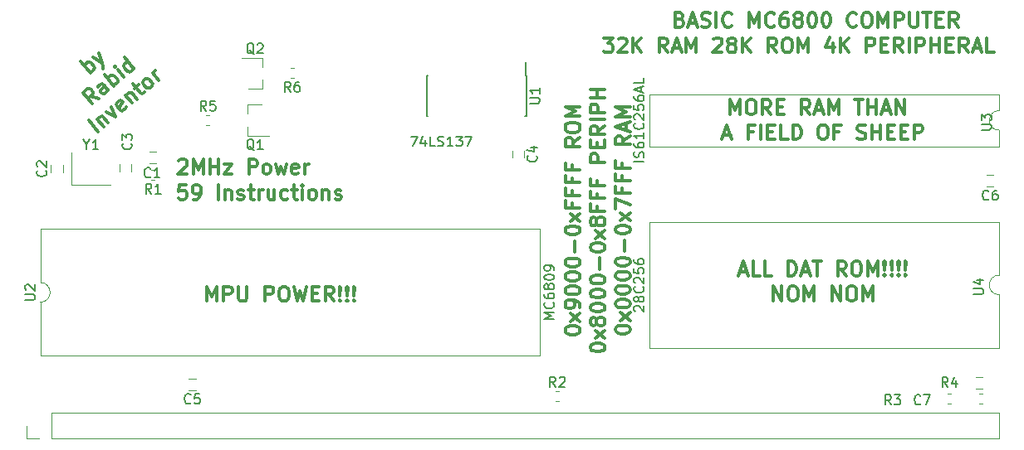
<source format=gbr>
G04 #@! TF.GenerationSoftware,KiCad,Pcbnew,(5.0.0)*
G04 #@! TF.CreationDate,2020-03-05T09:38:22+00:00*
G04 #@! TF.ProjectId,basic-mc6800,62617369632D6D63363830302E6B6963,rev?*
G04 #@! TF.SameCoordinates,Original*
G04 #@! TF.FileFunction,Legend,Top*
G04 #@! TF.FilePolarity,Positive*
%FSLAX46Y46*%
G04 Gerber Fmt 4.6, Leading zero omitted, Abs format (unit mm)*
G04 Created by KiCad (PCBNEW (5.0.0)) date 03/05/20 09:38:22*
%MOMM*%
%LPD*%
G01*
G04 APERTURE LIST*
%ADD10C,0.300000*%
%ADD11C,0.150000*%
%ADD12C,0.120000*%
G04 APERTURE END LIST*
D10*
X170435714Y-68203571D02*
X170435714Y-66703571D01*
X170935714Y-67775000D01*
X171435714Y-66703571D01*
X171435714Y-68203571D01*
X172435714Y-66703571D02*
X172721428Y-66703571D01*
X172864285Y-66775000D01*
X173007142Y-66917857D01*
X173078571Y-67203571D01*
X173078571Y-67703571D01*
X173007142Y-67989285D01*
X172864285Y-68132142D01*
X172721428Y-68203571D01*
X172435714Y-68203571D01*
X172292857Y-68132142D01*
X172150000Y-67989285D01*
X172078571Y-67703571D01*
X172078571Y-67203571D01*
X172150000Y-66917857D01*
X172292857Y-66775000D01*
X172435714Y-66703571D01*
X174578571Y-68203571D02*
X174078571Y-67489285D01*
X173721428Y-68203571D02*
X173721428Y-66703571D01*
X174292857Y-66703571D01*
X174435714Y-66775000D01*
X174507142Y-66846428D01*
X174578571Y-66989285D01*
X174578571Y-67203571D01*
X174507142Y-67346428D01*
X174435714Y-67417857D01*
X174292857Y-67489285D01*
X173721428Y-67489285D01*
X175221428Y-67417857D02*
X175721428Y-67417857D01*
X175935714Y-68203571D02*
X175221428Y-68203571D01*
X175221428Y-66703571D01*
X175935714Y-66703571D01*
X178578571Y-68203571D02*
X178078571Y-67489285D01*
X177721428Y-68203571D02*
X177721428Y-66703571D01*
X178292857Y-66703571D01*
X178435714Y-66775000D01*
X178507142Y-66846428D01*
X178578571Y-66989285D01*
X178578571Y-67203571D01*
X178507142Y-67346428D01*
X178435714Y-67417857D01*
X178292857Y-67489285D01*
X177721428Y-67489285D01*
X179150000Y-67775000D02*
X179864285Y-67775000D01*
X179007142Y-68203571D02*
X179507142Y-66703571D01*
X180007142Y-68203571D01*
X180507142Y-68203571D02*
X180507142Y-66703571D01*
X181007142Y-67775000D01*
X181507142Y-66703571D01*
X181507142Y-68203571D01*
X183150000Y-66703571D02*
X184007142Y-66703571D01*
X183578571Y-68203571D02*
X183578571Y-66703571D01*
X184507142Y-68203571D02*
X184507142Y-66703571D01*
X184507142Y-67417857D02*
X185364285Y-67417857D01*
X185364285Y-68203571D02*
X185364285Y-66703571D01*
X186007142Y-67775000D02*
X186721428Y-67775000D01*
X185864285Y-68203571D02*
X186364285Y-66703571D01*
X186864285Y-68203571D01*
X187364285Y-68203571D02*
X187364285Y-66703571D01*
X188221428Y-68203571D01*
X188221428Y-66703571D01*
X169757142Y-70325000D02*
X170471428Y-70325000D01*
X169614285Y-70753571D02*
X170114285Y-69253571D01*
X170614285Y-70753571D01*
X172757142Y-69967857D02*
X172257142Y-69967857D01*
X172257142Y-70753571D02*
X172257142Y-69253571D01*
X172971428Y-69253571D01*
X173542857Y-70753571D02*
X173542857Y-69253571D01*
X174257142Y-69967857D02*
X174757142Y-69967857D01*
X174971428Y-70753571D02*
X174257142Y-70753571D01*
X174257142Y-69253571D01*
X174971428Y-69253571D01*
X176328571Y-70753571D02*
X175614285Y-70753571D01*
X175614285Y-69253571D01*
X176828571Y-70753571D02*
X176828571Y-69253571D01*
X177185714Y-69253571D01*
X177400000Y-69325000D01*
X177542857Y-69467857D01*
X177614285Y-69610714D01*
X177685714Y-69896428D01*
X177685714Y-70110714D01*
X177614285Y-70396428D01*
X177542857Y-70539285D01*
X177400000Y-70682142D01*
X177185714Y-70753571D01*
X176828571Y-70753571D01*
X179757142Y-69253571D02*
X180042857Y-69253571D01*
X180185714Y-69325000D01*
X180328571Y-69467857D01*
X180400000Y-69753571D01*
X180400000Y-70253571D01*
X180328571Y-70539285D01*
X180185714Y-70682142D01*
X180042857Y-70753571D01*
X179757142Y-70753571D01*
X179614285Y-70682142D01*
X179471428Y-70539285D01*
X179400000Y-70253571D01*
X179400000Y-69753571D01*
X179471428Y-69467857D01*
X179614285Y-69325000D01*
X179757142Y-69253571D01*
X181542857Y-69967857D02*
X181042857Y-69967857D01*
X181042857Y-70753571D02*
X181042857Y-69253571D01*
X181757142Y-69253571D01*
X183400000Y-70682142D02*
X183614285Y-70753571D01*
X183971428Y-70753571D01*
X184114285Y-70682142D01*
X184185714Y-70610714D01*
X184257142Y-70467857D01*
X184257142Y-70325000D01*
X184185714Y-70182142D01*
X184114285Y-70110714D01*
X183971428Y-70039285D01*
X183685714Y-69967857D01*
X183542857Y-69896428D01*
X183471428Y-69825000D01*
X183400000Y-69682142D01*
X183400000Y-69539285D01*
X183471428Y-69396428D01*
X183542857Y-69325000D01*
X183685714Y-69253571D01*
X184042857Y-69253571D01*
X184257142Y-69325000D01*
X184900000Y-70753571D02*
X184900000Y-69253571D01*
X184900000Y-69967857D02*
X185757142Y-69967857D01*
X185757142Y-70753571D02*
X185757142Y-69253571D01*
X186471428Y-69967857D02*
X186971428Y-69967857D01*
X187185714Y-70753571D02*
X186471428Y-70753571D01*
X186471428Y-69253571D01*
X187185714Y-69253571D01*
X187828571Y-69967857D02*
X188328571Y-69967857D01*
X188542857Y-70753571D02*
X187828571Y-70753571D01*
X187828571Y-69253571D01*
X188542857Y-69253571D01*
X189185714Y-70753571D02*
X189185714Y-69253571D01*
X189757142Y-69253571D01*
X189900000Y-69325000D01*
X189971428Y-69396428D01*
X190042857Y-69539285D01*
X190042857Y-69753571D01*
X189971428Y-69896428D01*
X189900000Y-69967857D01*
X189757142Y-70039285D01*
X189185714Y-70039285D01*
X171400000Y-84275000D02*
X172114285Y-84275000D01*
X171257142Y-84703571D02*
X171757142Y-83203571D01*
X172257142Y-84703571D01*
X173471428Y-84703571D02*
X172757142Y-84703571D01*
X172757142Y-83203571D01*
X174685714Y-84703571D02*
X173971428Y-84703571D01*
X173971428Y-83203571D01*
X176328571Y-84703571D02*
X176328571Y-83203571D01*
X176685714Y-83203571D01*
X176900000Y-83275000D01*
X177042857Y-83417857D01*
X177114285Y-83560714D01*
X177185714Y-83846428D01*
X177185714Y-84060714D01*
X177114285Y-84346428D01*
X177042857Y-84489285D01*
X176900000Y-84632142D01*
X176685714Y-84703571D01*
X176328571Y-84703571D01*
X177757142Y-84275000D02*
X178471428Y-84275000D01*
X177614285Y-84703571D02*
X178114285Y-83203571D01*
X178614285Y-84703571D01*
X178900000Y-83203571D02*
X179757142Y-83203571D01*
X179328571Y-84703571D02*
X179328571Y-83203571D01*
X182257142Y-84703571D02*
X181757142Y-83989285D01*
X181400000Y-84703571D02*
X181400000Y-83203571D01*
X181971428Y-83203571D01*
X182114285Y-83275000D01*
X182185714Y-83346428D01*
X182257142Y-83489285D01*
X182257142Y-83703571D01*
X182185714Y-83846428D01*
X182114285Y-83917857D01*
X181971428Y-83989285D01*
X181400000Y-83989285D01*
X183185714Y-83203571D02*
X183471428Y-83203571D01*
X183614285Y-83275000D01*
X183757142Y-83417857D01*
X183828571Y-83703571D01*
X183828571Y-84203571D01*
X183757142Y-84489285D01*
X183614285Y-84632142D01*
X183471428Y-84703571D01*
X183185714Y-84703571D01*
X183042857Y-84632142D01*
X182900000Y-84489285D01*
X182828571Y-84203571D01*
X182828571Y-83703571D01*
X182900000Y-83417857D01*
X183042857Y-83275000D01*
X183185714Y-83203571D01*
X184471428Y-84703571D02*
X184471428Y-83203571D01*
X184971428Y-84275000D01*
X185471428Y-83203571D01*
X185471428Y-84703571D01*
X186185714Y-84560714D02*
X186257142Y-84632142D01*
X186185714Y-84703571D01*
X186114285Y-84632142D01*
X186185714Y-84560714D01*
X186185714Y-84703571D01*
X186185714Y-84132142D02*
X186114285Y-83275000D01*
X186185714Y-83203571D01*
X186257142Y-83275000D01*
X186185714Y-84132142D01*
X186185714Y-83203571D01*
X186900000Y-84560714D02*
X186971428Y-84632142D01*
X186900000Y-84703571D01*
X186828571Y-84632142D01*
X186900000Y-84560714D01*
X186900000Y-84703571D01*
X186900000Y-84132142D02*
X186828571Y-83275000D01*
X186900000Y-83203571D01*
X186971428Y-83275000D01*
X186900000Y-84132142D01*
X186900000Y-83203571D01*
X187614285Y-84560714D02*
X187685714Y-84632142D01*
X187614285Y-84703571D01*
X187542857Y-84632142D01*
X187614285Y-84560714D01*
X187614285Y-84703571D01*
X187614285Y-84132142D02*
X187542857Y-83275000D01*
X187614285Y-83203571D01*
X187685714Y-83275000D01*
X187614285Y-84132142D01*
X187614285Y-83203571D01*
X188328571Y-84560714D02*
X188400000Y-84632142D01*
X188328571Y-84703571D01*
X188257142Y-84632142D01*
X188328571Y-84560714D01*
X188328571Y-84703571D01*
X188328571Y-84132142D02*
X188257142Y-83275000D01*
X188328571Y-83203571D01*
X188400000Y-83275000D01*
X188328571Y-84132142D01*
X188328571Y-83203571D01*
X174828571Y-87253571D02*
X174828571Y-85753571D01*
X175685714Y-87253571D01*
X175685714Y-85753571D01*
X176685714Y-85753571D02*
X176971428Y-85753571D01*
X177114285Y-85825000D01*
X177257142Y-85967857D01*
X177328571Y-86253571D01*
X177328571Y-86753571D01*
X177257142Y-87039285D01*
X177114285Y-87182142D01*
X176971428Y-87253571D01*
X176685714Y-87253571D01*
X176542857Y-87182142D01*
X176400000Y-87039285D01*
X176328571Y-86753571D01*
X176328571Y-86253571D01*
X176400000Y-85967857D01*
X176542857Y-85825000D01*
X176685714Y-85753571D01*
X177971428Y-87253571D02*
X177971428Y-85753571D01*
X178471428Y-86825000D01*
X178971428Y-85753571D01*
X178971428Y-87253571D01*
X180828571Y-87253571D02*
X180828571Y-85753571D01*
X181685714Y-87253571D01*
X181685714Y-85753571D01*
X182685714Y-85753571D02*
X182971428Y-85753571D01*
X183114285Y-85825000D01*
X183257142Y-85967857D01*
X183328571Y-86253571D01*
X183328571Y-86753571D01*
X183257142Y-87039285D01*
X183114285Y-87182142D01*
X182971428Y-87253571D01*
X182685714Y-87253571D01*
X182542857Y-87182142D01*
X182400000Y-87039285D01*
X182328571Y-86753571D01*
X182328571Y-86253571D01*
X182400000Y-85967857D01*
X182542857Y-85825000D01*
X182685714Y-85753571D01*
X183971428Y-87253571D02*
X183971428Y-85753571D01*
X184471428Y-86825000D01*
X184971428Y-85753571D01*
X184971428Y-87253571D01*
X117100000Y-87278571D02*
X117100000Y-85778571D01*
X117600000Y-86850000D01*
X118100000Y-85778571D01*
X118100000Y-87278571D01*
X118814285Y-87278571D02*
X118814285Y-85778571D01*
X119385714Y-85778571D01*
X119528571Y-85850000D01*
X119600000Y-85921428D01*
X119671428Y-86064285D01*
X119671428Y-86278571D01*
X119600000Y-86421428D01*
X119528571Y-86492857D01*
X119385714Y-86564285D01*
X118814285Y-86564285D01*
X120314285Y-85778571D02*
X120314285Y-86992857D01*
X120385714Y-87135714D01*
X120457142Y-87207142D01*
X120600000Y-87278571D01*
X120885714Y-87278571D01*
X121028571Y-87207142D01*
X121100000Y-87135714D01*
X121171428Y-86992857D01*
X121171428Y-85778571D01*
X123028571Y-87278571D02*
X123028571Y-85778571D01*
X123600000Y-85778571D01*
X123742857Y-85850000D01*
X123814285Y-85921428D01*
X123885714Y-86064285D01*
X123885714Y-86278571D01*
X123814285Y-86421428D01*
X123742857Y-86492857D01*
X123600000Y-86564285D01*
X123028571Y-86564285D01*
X124814285Y-85778571D02*
X125100000Y-85778571D01*
X125242857Y-85850000D01*
X125385714Y-85992857D01*
X125457142Y-86278571D01*
X125457142Y-86778571D01*
X125385714Y-87064285D01*
X125242857Y-87207142D01*
X125100000Y-87278571D01*
X124814285Y-87278571D01*
X124671428Y-87207142D01*
X124528571Y-87064285D01*
X124457142Y-86778571D01*
X124457142Y-86278571D01*
X124528571Y-85992857D01*
X124671428Y-85850000D01*
X124814285Y-85778571D01*
X125957142Y-85778571D02*
X126314285Y-87278571D01*
X126600000Y-86207142D01*
X126885714Y-87278571D01*
X127242857Y-85778571D01*
X127814285Y-86492857D02*
X128314285Y-86492857D01*
X128528571Y-87278571D02*
X127814285Y-87278571D01*
X127814285Y-85778571D01*
X128528571Y-85778571D01*
X130028571Y-87278571D02*
X129528571Y-86564285D01*
X129171428Y-87278571D02*
X129171428Y-85778571D01*
X129742857Y-85778571D01*
X129885714Y-85850000D01*
X129957142Y-85921428D01*
X130028571Y-86064285D01*
X130028571Y-86278571D01*
X129957142Y-86421428D01*
X129885714Y-86492857D01*
X129742857Y-86564285D01*
X129171428Y-86564285D01*
X130671428Y-87135714D02*
X130742857Y-87207142D01*
X130671428Y-87278571D01*
X130600000Y-87207142D01*
X130671428Y-87135714D01*
X130671428Y-87278571D01*
X130671428Y-86707142D02*
X130600000Y-85850000D01*
X130671428Y-85778571D01*
X130742857Y-85850000D01*
X130671428Y-86707142D01*
X130671428Y-85778571D01*
X131385714Y-87135714D02*
X131457142Y-87207142D01*
X131385714Y-87278571D01*
X131314285Y-87207142D01*
X131385714Y-87135714D01*
X131385714Y-87278571D01*
X131385714Y-86707142D02*
X131314285Y-85850000D01*
X131385714Y-85778571D01*
X131457142Y-85850000D01*
X131385714Y-86707142D01*
X131385714Y-85778571D01*
X132100000Y-87135714D02*
X132171428Y-87207142D01*
X132100000Y-87278571D01*
X132028571Y-87207142D01*
X132100000Y-87135714D01*
X132100000Y-87278571D01*
X132100000Y-86707142D02*
X132028571Y-85850000D01*
X132100000Y-85778571D01*
X132171428Y-85850000D01*
X132100000Y-86707142D01*
X132100000Y-85778571D01*
X114964285Y-75378571D02*
X114249999Y-75378571D01*
X114178571Y-76092857D01*
X114249999Y-76021428D01*
X114392857Y-75950000D01*
X114749999Y-75950000D01*
X114892857Y-76021428D01*
X114964285Y-76092857D01*
X115035714Y-76235714D01*
X115035714Y-76592857D01*
X114964285Y-76735714D01*
X114892857Y-76807142D01*
X114749999Y-76878571D01*
X114392857Y-76878571D01*
X114249999Y-76807142D01*
X114178571Y-76735714D01*
X115749999Y-76878571D02*
X116035714Y-76878571D01*
X116178571Y-76807142D01*
X116249999Y-76735714D01*
X116392857Y-76521428D01*
X116464285Y-76235714D01*
X116464285Y-75664285D01*
X116392857Y-75521428D01*
X116321428Y-75450000D01*
X116178571Y-75378571D01*
X115892857Y-75378571D01*
X115749999Y-75450000D01*
X115678571Y-75521428D01*
X115607142Y-75664285D01*
X115607142Y-76021428D01*
X115678571Y-76164285D01*
X115749999Y-76235714D01*
X115892857Y-76307142D01*
X116178571Y-76307142D01*
X116321428Y-76235714D01*
X116392857Y-76164285D01*
X116464285Y-76021428D01*
X118249999Y-76878571D02*
X118249999Y-75378571D01*
X118964285Y-75878571D02*
X118964285Y-76878571D01*
X118964285Y-76021428D02*
X119035714Y-75950000D01*
X119178571Y-75878571D01*
X119392857Y-75878571D01*
X119535714Y-75950000D01*
X119607142Y-76092857D01*
X119607142Y-76878571D01*
X120249999Y-76807142D02*
X120392857Y-76878571D01*
X120678571Y-76878571D01*
X120821428Y-76807142D01*
X120892857Y-76664285D01*
X120892857Y-76592857D01*
X120821428Y-76450000D01*
X120678571Y-76378571D01*
X120464285Y-76378571D01*
X120321428Y-76307142D01*
X120249999Y-76164285D01*
X120249999Y-76092857D01*
X120321428Y-75950000D01*
X120464285Y-75878571D01*
X120678571Y-75878571D01*
X120821428Y-75950000D01*
X121321428Y-75878571D02*
X121892857Y-75878571D01*
X121535714Y-75378571D02*
X121535714Y-76664285D01*
X121607142Y-76807142D01*
X121749999Y-76878571D01*
X121892857Y-76878571D01*
X122392857Y-76878571D02*
X122392857Y-75878571D01*
X122392857Y-76164285D02*
X122464285Y-76021428D01*
X122535714Y-75950000D01*
X122678571Y-75878571D01*
X122821428Y-75878571D01*
X123964285Y-75878571D02*
X123964285Y-76878571D01*
X123321428Y-75878571D02*
X123321428Y-76664285D01*
X123392857Y-76807142D01*
X123535714Y-76878571D01*
X123749999Y-76878571D01*
X123892857Y-76807142D01*
X123964285Y-76735714D01*
X125321428Y-76807142D02*
X125178571Y-76878571D01*
X124892857Y-76878571D01*
X124749999Y-76807142D01*
X124678571Y-76735714D01*
X124607142Y-76592857D01*
X124607142Y-76164285D01*
X124678571Y-76021428D01*
X124749999Y-75950000D01*
X124892857Y-75878571D01*
X125178571Y-75878571D01*
X125321428Y-75950000D01*
X125749999Y-75878571D02*
X126321428Y-75878571D01*
X125964285Y-75378571D02*
X125964285Y-76664285D01*
X126035714Y-76807142D01*
X126178571Y-76878571D01*
X126321428Y-76878571D01*
X126821428Y-76878571D02*
X126821428Y-75878571D01*
X126821428Y-75378571D02*
X126749999Y-75450000D01*
X126821428Y-75521428D01*
X126892857Y-75450000D01*
X126821428Y-75378571D01*
X126821428Y-75521428D01*
X127749999Y-76878571D02*
X127607142Y-76807142D01*
X127535714Y-76735714D01*
X127464285Y-76592857D01*
X127464285Y-76164285D01*
X127535714Y-76021428D01*
X127607142Y-75950000D01*
X127749999Y-75878571D01*
X127964285Y-75878571D01*
X128107142Y-75950000D01*
X128178571Y-76021428D01*
X128249999Y-76164285D01*
X128249999Y-76592857D01*
X128178571Y-76735714D01*
X128107142Y-76807142D01*
X127964285Y-76878571D01*
X127749999Y-76878571D01*
X128892857Y-75878571D02*
X128892857Y-76878571D01*
X128892857Y-76021428D02*
X128964285Y-75950000D01*
X129107142Y-75878571D01*
X129321428Y-75878571D01*
X129464285Y-75950000D01*
X129535714Y-76092857D01*
X129535714Y-76878571D01*
X130178571Y-76807142D02*
X130321428Y-76878571D01*
X130607142Y-76878571D01*
X130749999Y-76807142D01*
X130821428Y-76664285D01*
X130821428Y-76592857D01*
X130749999Y-76450000D01*
X130607142Y-76378571D01*
X130392857Y-76378571D01*
X130249999Y-76307142D01*
X130178571Y-76164285D01*
X130178571Y-76092857D01*
X130249999Y-75950000D01*
X130392857Y-75878571D01*
X130607142Y-75878571D01*
X130749999Y-75950000D01*
X114228571Y-72921428D02*
X114300000Y-72850000D01*
X114442857Y-72778571D01*
X114800000Y-72778571D01*
X114942857Y-72850000D01*
X115014285Y-72921428D01*
X115085714Y-73064285D01*
X115085714Y-73207142D01*
X115014285Y-73421428D01*
X114157142Y-74278571D01*
X115085714Y-74278571D01*
X115728571Y-74278571D02*
X115728571Y-72778571D01*
X116228571Y-73850000D01*
X116728571Y-72778571D01*
X116728571Y-74278571D01*
X117442857Y-74278571D02*
X117442857Y-72778571D01*
X117442857Y-73492857D02*
X118300000Y-73492857D01*
X118300000Y-74278571D02*
X118300000Y-72778571D01*
X118871428Y-73278571D02*
X119657142Y-73278571D01*
X118871428Y-74278571D01*
X119657142Y-74278571D01*
X121371428Y-74278571D02*
X121371428Y-72778571D01*
X121942857Y-72778571D01*
X122085714Y-72850000D01*
X122157142Y-72921428D01*
X122228571Y-73064285D01*
X122228571Y-73278571D01*
X122157142Y-73421428D01*
X122085714Y-73492857D01*
X121942857Y-73564285D01*
X121371428Y-73564285D01*
X123085714Y-74278571D02*
X122942857Y-74207142D01*
X122871428Y-74135714D01*
X122800000Y-73992857D01*
X122800000Y-73564285D01*
X122871428Y-73421428D01*
X122942857Y-73350000D01*
X123085714Y-73278571D01*
X123300000Y-73278571D01*
X123442857Y-73350000D01*
X123514285Y-73421428D01*
X123585714Y-73564285D01*
X123585714Y-73992857D01*
X123514285Y-74135714D01*
X123442857Y-74207142D01*
X123300000Y-74278571D01*
X123085714Y-74278571D01*
X124085714Y-73278571D02*
X124371428Y-74278571D01*
X124657142Y-73564285D01*
X124942857Y-74278571D01*
X125228571Y-73278571D01*
X126371428Y-74207142D02*
X126228571Y-74278571D01*
X125942857Y-74278571D01*
X125800000Y-74207142D01*
X125728571Y-74064285D01*
X125728571Y-73492857D01*
X125800000Y-73350000D01*
X125942857Y-73278571D01*
X126228571Y-73278571D01*
X126371428Y-73350000D01*
X126442857Y-73492857D01*
X126442857Y-73635714D01*
X125728571Y-73778571D01*
X127085714Y-74278571D02*
X127085714Y-73278571D01*
X127085714Y-73564285D02*
X127157142Y-73421428D01*
X127228571Y-73350000D01*
X127371428Y-73278571D01*
X127514285Y-73278571D01*
X153628571Y-90321428D02*
X153628571Y-90178571D01*
X153700000Y-90035714D01*
X153771428Y-89964285D01*
X153914285Y-89892857D01*
X154200000Y-89821428D01*
X154557142Y-89821428D01*
X154842857Y-89892857D01*
X154985714Y-89964285D01*
X155057142Y-90035714D01*
X155128571Y-90178571D01*
X155128571Y-90321428D01*
X155057142Y-90464285D01*
X154985714Y-90535714D01*
X154842857Y-90607142D01*
X154557142Y-90678571D01*
X154200000Y-90678571D01*
X153914285Y-90607142D01*
X153771428Y-90535714D01*
X153700000Y-90464285D01*
X153628571Y-90321428D01*
X155128571Y-89321428D02*
X154128571Y-88535714D01*
X154128571Y-89321428D02*
X155128571Y-88535714D01*
X155128571Y-87892857D02*
X155128571Y-87607142D01*
X155057142Y-87464285D01*
X154985714Y-87392857D01*
X154771428Y-87250000D01*
X154485714Y-87178571D01*
X153914285Y-87178571D01*
X153771428Y-87250000D01*
X153700000Y-87321428D01*
X153628571Y-87464285D01*
X153628571Y-87750000D01*
X153700000Y-87892857D01*
X153771428Y-87964285D01*
X153914285Y-88035714D01*
X154271428Y-88035714D01*
X154414285Y-87964285D01*
X154485714Y-87892857D01*
X154557142Y-87750000D01*
X154557142Y-87464285D01*
X154485714Y-87321428D01*
X154414285Y-87250000D01*
X154271428Y-87178571D01*
X153628571Y-86250000D02*
X153628571Y-86107142D01*
X153700000Y-85964285D01*
X153771428Y-85892857D01*
X153914285Y-85821428D01*
X154200000Y-85750000D01*
X154557142Y-85750000D01*
X154842857Y-85821428D01*
X154985714Y-85892857D01*
X155057142Y-85964285D01*
X155128571Y-86107142D01*
X155128571Y-86250000D01*
X155057142Y-86392857D01*
X154985714Y-86464285D01*
X154842857Y-86535714D01*
X154557142Y-86607142D01*
X154200000Y-86607142D01*
X153914285Y-86535714D01*
X153771428Y-86464285D01*
X153700000Y-86392857D01*
X153628571Y-86250000D01*
X153628571Y-84821428D02*
X153628571Y-84678571D01*
X153700000Y-84535714D01*
X153771428Y-84464285D01*
X153914285Y-84392857D01*
X154200000Y-84321428D01*
X154557142Y-84321428D01*
X154842857Y-84392857D01*
X154985714Y-84464285D01*
X155057142Y-84535714D01*
X155128571Y-84678571D01*
X155128571Y-84821428D01*
X155057142Y-84964285D01*
X154985714Y-85035714D01*
X154842857Y-85107142D01*
X154557142Y-85178571D01*
X154200000Y-85178571D01*
X153914285Y-85107142D01*
X153771428Y-85035714D01*
X153700000Y-84964285D01*
X153628571Y-84821428D01*
X153628571Y-83392857D02*
X153628571Y-83250000D01*
X153700000Y-83107142D01*
X153771428Y-83035714D01*
X153914285Y-82964285D01*
X154200000Y-82892857D01*
X154557142Y-82892857D01*
X154842857Y-82964285D01*
X154985714Y-83035714D01*
X155057142Y-83107142D01*
X155128571Y-83250000D01*
X155128571Y-83392857D01*
X155057142Y-83535714D01*
X154985714Y-83607142D01*
X154842857Y-83678571D01*
X154557142Y-83750000D01*
X154200000Y-83750000D01*
X153914285Y-83678571D01*
X153771428Y-83607142D01*
X153700000Y-83535714D01*
X153628571Y-83392857D01*
X154557142Y-82250000D02*
X154557142Y-81107142D01*
X153628571Y-80107142D02*
X153628571Y-79964285D01*
X153700000Y-79821428D01*
X153771428Y-79750000D01*
X153914285Y-79678571D01*
X154200000Y-79607142D01*
X154557142Y-79607142D01*
X154842857Y-79678571D01*
X154985714Y-79750000D01*
X155057142Y-79821428D01*
X155128571Y-79964285D01*
X155128571Y-80107142D01*
X155057142Y-80250000D01*
X154985714Y-80321428D01*
X154842857Y-80392857D01*
X154557142Y-80464285D01*
X154200000Y-80464285D01*
X153914285Y-80392857D01*
X153771428Y-80321428D01*
X153700000Y-80250000D01*
X153628571Y-80107142D01*
X155128571Y-79107142D02*
X154128571Y-78321428D01*
X154128571Y-79107142D02*
X155128571Y-78321428D01*
X154342857Y-77250000D02*
X154342857Y-77750000D01*
X155128571Y-77750000D02*
X153628571Y-77750000D01*
X153628571Y-77035714D01*
X154342857Y-75964285D02*
X154342857Y-76464285D01*
X155128571Y-76464285D02*
X153628571Y-76464285D01*
X153628571Y-75750000D01*
X154342857Y-74678571D02*
X154342857Y-75178571D01*
X155128571Y-75178571D02*
X153628571Y-75178571D01*
X153628571Y-74464285D01*
X154342857Y-73392857D02*
X154342857Y-73892857D01*
X155128571Y-73892857D02*
X153628571Y-73892857D01*
X153628571Y-73178571D01*
X155128571Y-70607142D02*
X154414285Y-71107142D01*
X155128571Y-71464285D02*
X153628571Y-71464285D01*
X153628571Y-70892857D01*
X153700000Y-70750000D01*
X153771428Y-70678571D01*
X153914285Y-70607142D01*
X154128571Y-70607142D01*
X154271428Y-70678571D01*
X154342857Y-70750000D01*
X154414285Y-70892857D01*
X154414285Y-71464285D01*
X153628571Y-69678571D02*
X153628571Y-69392857D01*
X153700000Y-69250000D01*
X153842857Y-69107142D01*
X154128571Y-69035714D01*
X154628571Y-69035714D01*
X154914285Y-69107142D01*
X155057142Y-69250000D01*
X155128571Y-69392857D01*
X155128571Y-69678571D01*
X155057142Y-69821428D01*
X154914285Y-69964285D01*
X154628571Y-70035714D01*
X154128571Y-70035714D01*
X153842857Y-69964285D01*
X153700000Y-69821428D01*
X153628571Y-69678571D01*
X155128571Y-68392857D02*
X153628571Y-68392857D01*
X154700000Y-67892857D01*
X153628571Y-67392857D01*
X155128571Y-67392857D01*
X156178571Y-92071428D02*
X156178571Y-91928571D01*
X156250000Y-91785714D01*
X156321428Y-91714285D01*
X156464285Y-91642857D01*
X156750000Y-91571428D01*
X157107142Y-91571428D01*
X157392857Y-91642857D01*
X157535714Y-91714285D01*
X157607142Y-91785714D01*
X157678571Y-91928571D01*
X157678571Y-92071428D01*
X157607142Y-92214285D01*
X157535714Y-92285714D01*
X157392857Y-92357142D01*
X157107142Y-92428571D01*
X156750000Y-92428571D01*
X156464285Y-92357142D01*
X156321428Y-92285714D01*
X156250000Y-92214285D01*
X156178571Y-92071428D01*
X157678571Y-91071428D02*
X156678571Y-90285714D01*
X156678571Y-91071428D02*
X157678571Y-90285714D01*
X156821428Y-89500000D02*
X156750000Y-89642857D01*
X156678571Y-89714285D01*
X156535714Y-89785714D01*
X156464285Y-89785714D01*
X156321428Y-89714285D01*
X156250000Y-89642857D01*
X156178571Y-89500000D01*
X156178571Y-89214285D01*
X156250000Y-89071428D01*
X156321428Y-89000000D01*
X156464285Y-88928571D01*
X156535714Y-88928571D01*
X156678571Y-89000000D01*
X156750000Y-89071428D01*
X156821428Y-89214285D01*
X156821428Y-89500000D01*
X156892857Y-89642857D01*
X156964285Y-89714285D01*
X157107142Y-89785714D01*
X157392857Y-89785714D01*
X157535714Y-89714285D01*
X157607142Y-89642857D01*
X157678571Y-89500000D01*
X157678571Y-89214285D01*
X157607142Y-89071428D01*
X157535714Y-89000000D01*
X157392857Y-88928571D01*
X157107142Y-88928571D01*
X156964285Y-89000000D01*
X156892857Y-89071428D01*
X156821428Y-89214285D01*
X156178571Y-88000000D02*
X156178571Y-87857142D01*
X156250000Y-87714285D01*
X156321428Y-87642857D01*
X156464285Y-87571428D01*
X156750000Y-87500000D01*
X157107142Y-87500000D01*
X157392857Y-87571428D01*
X157535714Y-87642857D01*
X157607142Y-87714285D01*
X157678571Y-87857142D01*
X157678571Y-88000000D01*
X157607142Y-88142857D01*
X157535714Y-88214285D01*
X157392857Y-88285714D01*
X157107142Y-88357142D01*
X156750000Y-88357142D01*
X156464285Y-88285714D01*
X156321428Y-88214285D01*
X156250000Y-88142857D01*
X156178571Y-88000000D01*
X156178571Y-86571428D02*
X156178571Y-86428571D01*
X156250000Y-86285714D01*
X156321428Y-86214285D01*
X156464285Y-86142857D01*
X156750000Y-86071428D01*
X157107142Y-86071428D01*
X157392857Y-86142857D01*
X157535714Y-86214285D01*
X157607142Y-86285714D01*
X157678571Y-86428571D01*
X157678571Y-86571428D01*
X157607142Y-86714285D01*
X157535714Y-86785714D01*
X157392857Y-86857142D01*
X157107142Y-86928571D01*
X156750000Y-86928571D01*
X156464285Y-86857142D01*
X156321428Y-86785714D01*
X156250000Y-86714285D01*
X156178571Y-86571428D01*
X156178571Y-85142857D02*
X156178571Y-85000000D01*
X156250000Y-84857142D01*
X156321428Y-84785714D01*
X156464285Y-84714285D01*
X156750000Y-84642857D01*
X157107142Y-84642857D01*
X157392857Y-84714285D01*
X157535714Y-84785714D01*
X157607142Y-84857142D01*
X157678571Y-85000000D01*
X157678571Y-85142857D01*
X157607142Y-85285714D01*
X157535714Y-85357142D01*
X157392857Y-85428571D01*
X157107142Y-85500000D01*
X156750000Y-85500000D01*
X156464285Y-85428571D01*
X156321428Y-85357142D01*
X156250000Y-85285714D01*
X156178571Y-85142857D01*
X157107142Y-84000000D02*
X157107142Y-82857142D01*
X156178571Y-81857142D02*
X156178571Y-81714285D01*
X156250000Y-81571428D01*
X156321428Y-81500000D01*
X156464285Y-81428571D01*
X156750000Y-81357142D01*
X157107142Y-81357142D01*
X157392857Y-81428571D01*
X157535714Y-81500000D01*
X157607142Y-81571428D01*
X157678571Y-81714285D01*
X157678571Y-81857142D01*
X157607142Y-82000000D01*
X157535714Y-82071428D01*
X157392857Y-82142857D01*
X157107142Y-82214285D01*
X156750000Y-82214285D01*
X156464285Y-82142857D01*
X156321428Y-82071428D01*
X156250000Y-82000000D01*
X156178571Y-81857142D01*
X157678571Y-80857142D02*
X156678571Y-80071428D01*
X156678571Y-80857142D02*
X157678571Y-80071428D01*
X156821428Y-79285714D02*
X156750000Y-79428571D01*
X156678571Y-79500000D01*
X156535714Y-79571428D01*
X156464285Y-79571428D01*
X156321428Y-79500000D01*
X156250000Y-79428571D01*
X156178571Y-79285714D01*
X156178571Y-79000000D01*
X156250000Y-78857142D01*
X156321428Y-78785714D01*
X156464285Y-78714285D01*
X156535714Y-78714285D01*
X156678571Y-78785714D01*
X156750000Y-78857142D01*
X156821428Y-79000000D01*
X156821428Y-79285714D01*
X156892857Y-79428571D01*
X156964285Y-79500000D01*
X157107142Y-79571428D01*
X157392857Y-79571428D01*
X157535714Y-79500000D01*
X157607142Y-79428571D01*
X157678571Y-79285714D01*
X157678571Y-79000000D01*
X157607142Y-78857142D01*
X157535714Y-78785714D01*
X157392857Y-78714285D01*
X157107142Y-78714285D01*
X156964285Y-78785714D01*
X156892857Y-78857142D01*
X156821428Y-79000000D01*
X156892857Y-77571428D02*
X156892857Y-78071428D01*
X157678571Y-78071428D02*
X156178571Y-78071428D01*
X156178571Y-77357142D01*
X156892857Y-76285714D02*
X156892857Y-76785714D01*
X157678571Y-76785714D02*
X156178571Y-76785714D01*
X156178571Y-76071428D01*
X156892857Y-75000000D02*
X156892857Y-75500000D01*
X157678571Y-75500000D02*
X156178571Y-75500000D01*
X156178571Y-74785714D01*
X157678571Y-73071428D02*
X156178571Y-73071428D01*
X156178571Y-72500000D01*
X156250000Y-72357142D01*
X156321428Y-72285714D01*
X156464285Y-72214285D01*
X156678571Y-72214285D01*
X156821428Y-72285714D01*
X156892857Y-72357142D01*
X156964285Y-72500000D01*
X156964285Y-73071428D01*
X156892857Y-71571428D02*
X156892857Y-71071428D01*
X157678571Y-70857142D02*
X157678571Y-71571428D01*
X156178571Y-71571428D01*
X156178571Y-70857142D01*
X157678571Y-69357142D02*
X156964285Y-69857142D01*
X157678571Y-70214285D02*
X156178571Y-70214285D01*
X156178571Y-69642857D01*
X156250000Y-69500000D01*
X156321428Y-69428571D01*
X156464285Y-69357142D01*
X156678571Y-69357142D01*
X156821428Y-69428571D01*
X156892857Y-69500000D01*
X156964285Y-69642857D01*
X156964285Y-70214285D01*
X157678571Y-68714285D02*
X156178571Y-68714285D01*
X157678571Y-68000000D02*
X156178571Y-68000000D01*
X156178571Y-67428571D01*
X156250000Y-67285714D01*
X156321428Y-67214285D01*
X156464285Y-67142857D01*
X156678571Y-67142857D01*
X156821428Y-67214285D01*
X156892857Y-67285714D01*
X156964285Y-67428571D01*
X156964285Y-68000000D01*
X157678571Y-66500000D02*
X156178571Y-66500000D01*
X156892857Y-66500000D02*
X156892857Y-65642857D01*
X157678571Y-65642857D02*
X156178571Y-65642857D01*
X158728571Y-90250000D02*
X158728571Y-90107142D01*
X158800000Y-89964285D01*
X158871428Y-89892857D01*
X159014285Y-89821428D01*
X159300000Y-89750000D01*
X159657142Y-89750000D01*
X159942857Y-89821428D01*
X160085714Y-89892857D01*
X160157142Y-89964285D01*
X160228571Y-90107142D01*
X160228571Y-90250000D01*
X160157142Y-90392857D01*
X160085714Y-90464285D01*
X159942857Y-90535714D01*
X159657142Y-90607142D01*
X159300000Y-90607142D01*
X159014285Y-90535714D01*
X158871428Y-90464285D01*
X158800000Y-90392857D01*
X158728571Y-90250000D01*
X160228571Y-89250000D02*
X159228571Y-88464285D01*
X159228571Y-89250000D02*
X160228571Y-88464285D01*
X158728571Y-87607142D02*
X158728571Y-87464285D01*
X158800000Y-87321428D01*
X158871428Y-87250000D01*
X159014285Y-87178571D01*
X159300000Y-87107142D01*
X159657142Y-87107142D01*
X159942857Y-87178571D01*
X160085714Y-87250000D01*
X160157142Y-87321428D01*
X160228571Y-87464285D01*
X160228571Y-87607142D01*
X160157142Y-87750000D01*
X160085714Y-87821428D01*
X159942857Y-87892857D01*
X159657142Y-87964285D01*
X159300000Y-87964285D01*
X159014285Y-87892857D01*
X158871428Y-87821428D01*
X158800000Y-87750000D01*
X158728571Y-87607142D01*
X158728571Y-86178571D02*
X158728571Y-86035714D01*
X158800000Y-85892857D01*
X158871428Y-85821428D01*
X159014285Y-85750000D01*
X159300000Y-85678571D01*
X159657142Y-85678571D01*
X159942857Y-85750000D01*
X160085714Y-85821428D01*
X160157142Y-85892857D01*
X160228571Y-86035714D01*
X160228571Y-86178571D01*
X160157142Y-86321428D01*
X160085714Y-86392857D01*
X159942857Y-86464285D01*
X159657142Y-86535714D01*
X159300000Y-86535714D01*
X159014285Y-86464285D01*
X158871428Y-86392857D01*
X158800000Y-86321428D01*
X158728571Y-86178571D01*
X158728571Y-84750000D02*
X158728571Y-84607142D01*
X158800000Y-84464285D01*
X158871428Y-84392857D01*
X159014285Y-84321428D01*
X159300000Y-84250000D01*
X159657142Y-84250000D01*
X159942857Y-84321428D01*
X160085714Y-84392857D01*
X160157142Y-84464285D01*
X160228571Y-84607142D01*
X160228571Y-84750000D01*
X160157142Y-84892857D01*
X160085714Y-84964285D01*
X159942857Y-85035714D01*
X159657142Y-85107142D01*
X159300000Y-85107142D01*
X159014285Y-85035714D01*
X158871428Y-84964285D01*
X158800000Y-84892857D01*
X158728571Y-84750000D01*
X158728571Y-83321428D02*
X158728571Y-83178571D01*
X158800000Y-83035714D01*
X158871428Y-82964285D01*
X159014285Y-82892857D01*
X159300000Y-82821428D01*
X159657142Y-82821428D01*
X159942857Y-82892857D01*
X160085714Y-82964285D01*
X160157142Y-83035714D01*
X160228571Y-83178571D01*
X160228571Y-83321428D01*
X160157142Y-83464285D01*
X160085714Y-83535714D01*
X159942857Y-83607142D01*
X159657142Y-83678571D01*
X159300000Y-83678571D01*
X159014285Y-83607142D01*
X158871428Y-83535714D01*
X158800000Y-83464285D01*
X158728571Y-83321428D01*
X159657142Y-82178571D02*
X159657142Y-81035714D01*
X158728571Y-80035714D02*
X158728571Y-79892857D01*
X158800000Y-79750000D01*
X158871428Y-79678571D01*
X159014285Y-79607142D01*
X159300000Y-79535714D01*
X159657142Y-79535714D01*
X159942857Y-79607142D01*
X160085714Y-79678571D01*
X160157142Y-79750000D01*
X160228571Y-79892857D01*
X160228571Y-80035714D01*
X160157142Y-80178571D01*
X160085714Y-80250000D01*
X159942857Y-80321428D01*
X159657142Y-80392857D01*
X159300000Y-80392857D01*
X159014285Y-80321428D01*
X158871428Y-80250000D01*
X158800000Y-80178571D01*
X158728571Y-80035714D01*
X160228571Y-79035714D02*
X159228571Y-78250000D01*
X159228571Y-79035714D02*
X160228571Y-78250000D01*
X158728571Y-77821428D02*
X158728571Y-76821428D01*
X160228571Y-77464285D01*
X159442857Y-75750000D02*
X159442857Y-76250000D01*
X160228571Y-76250000D02*
X158728571Y-76250000D01*
X158728571Y-75535714D01*
X159442857Y-74464285D02*
X159442857Y-74964285D01*
X160228571Y-74964285D02*
X158728571Y-74964285D01*
X158728571Y-74250000D01*
X159442857Y-73178571D02*
X159442857Y-73678571D01*
X160228571Y-73678571D02*
X158728571Y-73678571D01*
X158728571Y-72964285D01*
X160228571Y-70392857D02*
X159514285Y-70892857D01*
X160228571Y-71250000D02*
X158728571Y-71250000D01*
X158728571Y-70678571D01*
X158800000Y-70535714D01*
X158871428Y-70464285D01*
X159014285Y-70392857D01*
X159228571Y-70392857D01*
X159371428Y-70464285D01*
X159442857Y-70535714D01*
X159514285Y-70678571D01*
X159514285Y-71250000D01*
X159800000Y-69821428D02*
X159800000Y-69107142D01*
X160228571Y-69964285D02*
X158728571Y-69464285D01*
X160228571Y-68964285D01*
X160228571Y-68464285D02*
X158728571Y-68464285D01*
X159800000Y-67964285D01*
X158728571Y-67464285D01*
X160228571Y-67464285D01*
X105213101Y-63940320D02*
X104248919Y-62791253D01*
X104616226Y-63228993D02*
X104679748Y-63082449D01*
X104898618Y-62898795D01*
X105053966Y-62861686D01*
X105154597Y-62870490D01*
X105301141Y-62934011D01*
X105576622Y-63262316D01*
X105613731Y-63417664D01*
X105604927Y-63518295D01*
X105541405Y-63664839D01*
X105322535Y-63848493D01*
X105167187Y-63885602D01*
X105500510Y-62393748D02*
X106416885Y-62930225D01*
X106047684Y-61934614D02*
X106416885Y-62930225D01*
X106537017Y-63295639D01*
X106528213Y-63396270D01*
X106464691Y-63542814D01*
X106058805Y-66559477D02*
X105216649Y-66333696D01*
X105402196Y-67110438D02*
X104438014Y-65961371D01*
X104875754Y-65594064D01*
X105031102Y-65556955D01*
X105131733Y-65565759D01*
X105278278Y-65629280D01*
X105416018Y-65793433D01*
X105453127Y-65948781D01*
X105444323Y-66049412D01*
X105380802Y-66195956D01*
X104943062Y-66563263D01*
X107043720Y-65733036D02*
X106538672Y-65131144D01*
X106392128Y-65067622D01*
X106236780Y-65104732D01*
X106017910Y-65288385D01*
X105954388Y-65434930D01*
X106997806Y-65678319D02*
X106934285Y-65824863D01*
X106660697Y-66054430D01*
X106505349Y-66091539D01*
X106358805Y-66028018D01*
X106266978Y-65918583D01*
X106229869Y-65763234D01*
X106293390Y-65616690D01*
X106566978Y-65387123D01*
X106630499Y-65240579D01*
X107590894Y-65273902D02*
X106626713Y-64124835D01*
X106994020Y-64562575D02*
X107057542Y-64416031D01*
X107276411Y-64232377D01*
X107431760Y-64195268D01*
X107532391Y-64204072D01*
X107678935Y-64267593D01*
X107954415Y-64595898D01*
X107991525Y-64751246D01*
X107982721Y-64851877D01*
X107919199Y-64998422D01*
X107700329Y-65182075D01*
X107544981Y-65219185D01*
X108630526Y-64401547D02*
X107987738Y-63635503D01*
X107666345Y-63252481D02*
X107657541Y-63353112D01*
X107758171Y-63361916D01*
X107766975Y-63261285D01*
X107666345Y-63252481D01*
X107758171Y-63361916D01*
X109670158Y-63529193D02*
X108705976Y-62380126D01*
X109624244Y-63474475D02*
X109560723Y-63621020D01*
X109341853Y-63804673D01*
X109186505Y-63841782D01*
X109085874Y-63832978D01*
X108939330Y-63769457D01*
X108663849Y-63441152D01*
X108626740Y-63285804D01*
X108635544Y-63185173D01*
X108699065Y-63038629D01*
X108917935Y-62854975D01*
X109073284Y-62817866D01*
X106001672Y-69936206D02*
X105037491Y-68787139D01*
X105906059Y-68711027D02*
X106548847Y-69477072D01*
X105997886Y-68820462D02*
X106006690Y-68719831D01*
X106070211Y-68573287D01*
X106234364Y-68435547D01*
X106389712Y-68398437D01*
X106536256Y-68461959D01*
X107041304Y-69063851D01*
X106836256Y-67930499D02*
X107752631Y-68466977D01*
X107383431Y-67471365D01*
X108855784Y-67448078D02*
X108792263Y-67594622D01*
X108573393Y-67778276D01*
X108418044Y-67815385D01*
X108271500Y-67751864D01*
X107904193Y-67314124D01*
X107867084Y-67158776D01*
X107930605Y-67012231D01*
X108149475Y-66828578D01*
X108304823Y-66791468D01*
X108451368Y-66854990D01*
X108543194Y-66964425D01*
X108087847Y-67532994D01*
X108806084Y-66277617D02*
X109448872Y-67043661D01*
X108897911Y-66387052D02*
X108906715Y-66286421D01*
X108970237Y-66139877D01*
X109134389Y-66002137D01*
X109289738Y-65965027D01*
X109436282Y-66028549D01*
X109941329Y-66630441D01*
X109681564Y-65543003D02*
X110119304Y-65175695D01*
X109524322Y-65022240D02*
X110350764Y-66007154D01*
X110497308Y-66070676D01*
X110652656Y-66033567D01*
X110762091Y-65941740D01*
X111309266Y-65482606D02*
X111153917Y-65519715D01*
X111053287Y-65510911D01*
X110906742Y-65447390D01*
X110631262Y-65119085D01*
X110594153Y-64963736D01*
X110602957Y-64863106D01*
X110666478Y-64716561D01*
X110830631Y-64578821D01*
X110985979Y-64541712D01*
X111086610Y-64550516D01*
X111233154Y-64614037D01*
X111508634Y-64942342D01*
X111545744Y-65097690D01*
X111536940Y-65198321D01*
X111473418Y-65344866D01*
X111309266Y-65482606D01*
X112184745Y-64747991D02*
X111541958Y-63981947D01*
X111725611Y-64200817D02*
X111688502Y-64045468D01*
X111697306Y-63944838D01*
X111760827Y-63798293D01*
X111870262Y-63706466D01*
X157542857Y-60378571D02*
X158471428Y-60378571D01*
X157971428Y-60950000D01*
X158185714Y-60950000D01*
X158328571Y-61021428D01*
X158400000Y-61092857D01*
X158471428Y-61235714D01*
X158471428Y-61592857D01*
X158400000Y-61735714D01*
X158328571Y-61807142D01*
X158185714Y-61878571D01*
X157757142Y-61878571D01*
X157614285Y-61807142D01*
X157542857Y-61735714D01*
X159042857Y-60521428D02*
X159114285Y-60450000D01*
X159257142Y-60378571D01*
X159614285Y-60378571D01*
X159757142Y-60450000D01*
X159828571Y-60521428D01*
X159900000Y-60664285D01*
X159900000Y-60807142D01*
X159828571Y-61021428D01*
X158971428Y-61878571D01*
X159900000Y-61878571D01*
X160542857Y-61878571D02*
X160542857Y-60378571D01*
X161400000Y-61878571D02*
X160757142Y-61021428D01*
X161400000Y-60378571D02*
X160542857Y-61235714D01*
X164042857Y-61878571D02*
X163542857Y-61164285D01*
X163185714Y-61878571D02*
X163185714Y-60378571D01*
X163757142Y-60378571D01*
X163900000Y-60450000D01*
X163971428Y-60521428D01*
X164042857Y-60664285D01*
X164042857Y-60878571D01*
X163971428Y-61021428D01*
X163900000Y-61092857D01*
X163757142Y-61164285D01*
X163185714Y-61164285D01*
X164614285Y-61450000D02*
X165328571Y-61450000D01*
X164471428Y-61878571D02*
X164971428Y-60378571D01*
X165471428Y-61878571D01*
X165971428Y-61878571D02*
X165971428Y-60378571D01*
X166471428Y-61450000D01*
X166971428Y-60378571D01*
X166971428Y-61878571D01*
X168757142Y-60521428D02*
X168828571Y-60450000D01*
X168971428Y-60378571D01*
X169328571Y-60378571D01*
X169471428Y-60450000D01*
X169542857Y-60521428D01*
X169614285Y-60664285D01*
X169614285Y-60807142D01*
X169542857Y-61021428D01*
X168685714Y-61878571D01*
X169614285Y-61878571D01*
X170471428Y-61021428D02*
X170328571Y-60950000D01*
X170257142Y-60878571D01*
X170185714Y-60735714D01*
X170185714Y-60664285D01*
X170257142Y-60521428D01*
X170328571Y-60450000D01*
X170471428Y-60378571D01*
X170757142Y-60378571D01*
X170900000Y-60450000D01*
X170971428Y-60521428D01*
X171042857Y-60664285D01*
X171042857Y-60735714D01*
X170971428Y-60878571D01*
X170900000Y-60950000D01*
X170757142Y-61021428D01*
X170471428Y-61021428D01*
X170328571Y-61092857D01*
X170257142Y-61164285D01*
X170185714Y-61307142D01*
X170185714Y-61592857D01*
X170257142Y-61735714D01*
X170328571Y-61807142D01*
X170471428Y-61878571D01*
X170757142Y-61878571D01*
X170900000Y-61807142D01*
X170971428Y-61735714D01*
X171042857Y-61592857D01*
X171042857Y-61307142D01*
X170971428Y-61164285D01*
X170900000Y-61092857D01*
X170757142Y-61021428D01*
X171685714Y-61878571D02*
X171685714Y-60378571D01*
X172542857Y-61878571D02*
X171900000Y-61021428D01*
X172542857Y-60378571D02*
X171685714Y-61235714D01*
X175185714Y-61878571D02*
X174685714Y-61164285D01*
X174328571Y-61878571D02*
X174328571Y-60378571D01*
X174900000Y-60378571D01*
X175042857Y-60450000D01*
X175114285Y-60521428D01*
X175185714Y-60664285D01*
X175185714Y-60878571D01*
X175114285Y-61021428D01*
X175042857Y-61092857D01*
X174900000Y-61164285D01*
X174328571Y-61164285D01*
X176114285Y-60378571D02*
X176400000Y-60378571D01*
X176542857Y-60450000D01*
X176685714Y-60592857D01*
X176757142Y-60878571D01*
X176757142Y-61378571D01*
X176685714Y-61664285D01*
X176542857Y-61807142D01*
X176400000Y-61878571D01*
X176114285Y-61878571D01*
X175971428Y-61807142D01*
X175828571Y-61664285D01*
X175757142Y-61378571D01*
X175757142Y-60878571D01*
X175828571Y-60592857D01*
X175971428Y-60450000D01*
X176114285Y-60378571D01*
X177400000Y-61878571D02*
X177400000Y-60378571D01*
X177900000Y-61450000D01*
X178400000Y-60378571D01*
X178400000Y-61878571D01*
X180900000Y-60878571D02*
X180900000Y-61878571D01*
X180542857Y-60307142D02*
X180185714Y-61378571D01*
X181114285Y-61378571D01*
X181685714Y-61878571D02*
X181685714Y-60378571D01*
X182542857Y-61878571D02*
X181900000Y-61021428D01*
X182542857Y-60378571D02*
X181685714Y-61235714D01*
X184328571Y-61878571D02*
X184328571Y-60378571D01*
X184900000Y-60378571D01*
X185042857Y-60450000D01*
X185114285Y-60521428D01*
X185185714Y-60664285D01*
X185185714Y-60878571D01*
X185114285Y-61021428D01*
X185042857Y-61092857D01*
X184900000Y-61164285D01*
X184328571Y-61164285D01*
X185828571Y-61092857D02*
X186328571Y-61092857D01*
X186542857Y-61878571D02*
X185828571Y-61878571D01*
X185828571Y-60378571D01*
X186542857Y-60378571D01*
X188042857Y-61878571D02*
X187542857Y-61164285D01*
X187185714Y-61878571D02*
X187185714Y-60378571D01*
X187757142Y-60378571D01*
X187900000Y-60450000D01*
X187971428Y-60521428D01*
X188042857Y-60664285D01*
X188042857Y-60878571D01*
X187971428Y-61021428D01*
X187900000Y-61092857D01*
X187757142Y-61164285D01*
X187185714Y-61164285D01*
X188685714Y-61878571D02*
X188685714Y-60378571D01*
X189400000Y-61878571D02*
X189400000Y-60378571D01*
X189971428Y-60378571D01*
X190114285Y-60450000D01*
X190185714Y-60521428D01*
X190257142Y-60664285D01*
X190257142Y-60878571D01*
X190185714Y-61021428D01*
X190114285Y-61092857D01*
X189971428Y-61164285D01*
X189400000Y-61164285D01*
X190900000Y-61878571D02*
X190900000Y-60378571D01*
X190900000Y-61092857D02*
X191757142Y-61092857D01*
X191757142Y-61878571D02*
X191757142Y-60378571D01*
X192471428Y-61092857D02*
X192971428Y-61092857D01*
X193185714Y-61878571D02*
X192471428Y-61878571D01*
X192471428Y-60378571D01*
X193185714Y-60378571D01*
X194685714Y-61878571D02*
X194185714Y-61164285D01*
X193828571Y-61878571D02*
X193828571Y-60378571D01*
X194400000Y-60378571D01*
X194542857Y-60450000D01*
X194614285Y-60521428D01*
X194685714Y-60664285D01*
X194685714Y-60878571D01*
X194614285Y-61021428D01*
X194542857Y-61092857D01*
X194400000Y-61164285D01*
X193828571Y-61164285D01*
X195257142Y-61450000D02*
X195971428Y-61450000D01*
X195114285Y-61878571D02*
X195614285Y-60378571D01*
X196114285Y-61878571D01*
X197328571Y-61878571D02*
X196614285Y-61878571D01*
X196614285Y-60378571D01*
X165307142Y-58492857D02*
X165521428Y-58564285D01*
X165592857Y-58635714D01*
X165664285Y-58778571D01*
X165664285Y-58992857D01*
X165592857Y-59135714D01*
X165521428Y-59207142D01*
X165378571Y-59278571D01*
X164807142Y-59278571D01*
X164807142Y-57778571D01*
X165307142Y-57778571D01*
X165450000Y-57850000D01*
X165521428Y-57921428D01*
X165592857Y-58064285D01*
X165592857Y-58207142D01*
X165521428Y-58350000D01*
X165450000Y-58421428D01*
X165307142Y-58492857D01*
X164807142Y-58492857D01*
X166235714Y-58850000D02*
X166950000Y-58850000D01*
X166092857Y-59278571D02*
X166592857Y-57778571D01*
X167092857Y-59278571D01*
X167521428Y-59207142D02*
X167735714Y-59278571D01*
X168092857Y-59278571D01*
X168235714Y-59207142D01*
X168307142Y-59135714D01*
X168378571Y-58992857D01*
X168378571Y-58850000D01*
X168307142Y-58707142D01*
X168235714Y-58635714D01*
X168092857Y-58564285D01*
X167807142Y-58492857D01*
X167664285Y-58421428D01*
X167592857Y-58350000D01*
X167521428Y-58207142D01*
X167521428Y-58064285D01*
X167592857Y-57921428D01*
X167664285Y-57850000D01*
X167807142Y-57778571D01*
X168164285Y-57778571D01*
X168378571Y-57850000D01*
X169021428Y-59278571D02*
X169021428Y-57778571D01*
X170592857Y-59135714D02*
X170521428Y-59207142D01*
X170307142Y-59278571D01*
X170164285Y-59278571D01*
X169950000Y-59207142D01*
X169807142Y-59064285D01*
X169735714Y-58921428D01*
X169664285Y-58635714D01*
X169664285Y-58421428D01*
X169735714Y-58135714D01*
X169807142Y-57992857D01*
X169950000Y-57850000D01*
X170164285Y-57778571D01*
X170307142Y-57778571D01*
X170521428Y-57850000D01*
X170592857Y-57921428D01*
X172378571Y-59278571D02*
X172378571Y-57778571D01*
X172878571Y-58850000D01*
X173378571Y-57778571D01*
X173378571Y-59278571D01*
X174950000Y-59135714D02*
X174878571Y-59207142D01*
X174664285Y-59278571D01*
X174521428Y-59278571D01*
X174307142Y-59207142D01*
X174164285Y-59064285D01*
X174092857Y-58921428D01*
X174021428Y-58635714D01*
X174021428Y-58421428D01*
X174092857Y-58135714D01*
X174164285Y-57992857D01*
X174307142Y-57850000D01*
X174521428Y-57778571D01*
X174664285Y-57778571D01*
X174878571Y-57850000D01*
X174950000Y-57921428D01*
X176235714Y-57778571D02*
X175950000Y-57778571D01*
X175807142Y-57850000D01*
X175735714Y-57921428D01*
X175592857Y-58135714D01*
X175521428Y-58421428D01*
X175521428Y-58992857D01*
X175592857Y-59135714D01*
X175664285Y-59207142D01*
X175807142Y-59278571D01*
X176092857Y-59278571D01*
X176235714Y-59207142D01*
X176307142Y-59135714D01*
X176378571Y-58992857D01*
X176378571Y-58635714D01*
X176307142Y-58492857D01*
X176235714Y-58421428D01*
X176092857Y-58350000D01*
X175807142Y-58350000D01*
X175664285Y-58421428D01*
X175592857Y-58492857D01*
X175521428Y-58635714D01*
X177235714Y-58421428D02*
X177092857Y-58350000D01*
X177021428Y-58278571D01*
X176950000Y-58135714D01*
X176950000Y-58064285D01*
X177021428Y-57921428D01*
X177092857Y-57850000D01*
X177235714Y-57778571D01*
X177521428Y-57778571D01*
X177664285Y-57850000D01*
X177735714Y-57921428D01*
X177807142Y-58064285D01*
X177807142Y-58135714D01*
X177735714Y-58278571D01*
X177664285Y-58350000D01*
X177521428Y-58421428D01*
X177235714Y-58421428D01*
X177092857Y-58492857D01*
X177021428Y-58564285D01*
X176950000Y-58707142D01*
X176950000Y-58992857D01*
X177021428Y-59135714D01*
X177092857Y-59207142D01*
X177235714Y-59278571D01*
X177521428Y-59278571D01*
X177664285Y-59207142D01*
X177735714Y-59135714D01*
X177807142Y-58992857D01*
X177807142Y-58707142D01*
X177735714Y-58564285D01*
X177664285Y-58492857D01*
X177521428Y-58421428D01*
X178735714Y-57778571D02*
X178878571Y-57778571D01*
X179021428Y-57850000D01*
X179092857Y-57921428D01*
X179164285Y-58064285D01*
X179235714Y-58350000D01*
X179235714Y-58707142D01*
X179164285Y-58992857D01*
X179092857Y-59135714D01*
X179021428Y-59207142D01*
X178878571Y-59278571D01*
X178735714Y-59278571D01*
X178592857Y-59207142D01*
X178521428Y-59135714D01*
X178450000Y-58992857D01*
X178378571Y-58707142D01*
X178378571Y-58350000D01*
X178450000Y-58064285D01*
X178521428Y-57921428D01*
X178592857Y-57850000D01*
X178735714Y-57778571D01*
X180164285Y-57778571D02*
X180307142Y-57778571D01*
X180450000Y-57850000D01*
X180521428Y-57921428D01*
X180592857Y-58064285D01*
X180664285Y-58350000D01*
X180664285Y-58707142D01*
X180592857Y-58992857D01*
X180521428Y-59135714D01*
X180450000Y-59207142D01*
X180307142Y-59278571D01*
X180164285Y-59278571D01*
X180021428Y-59207142D01*
X179950000Y-59135714D01*
X179878571Y-58992857D01*
X179807142Y-58707142D01*
X179807142Y-58350000D01*
X179878571Y-58064285D01*
X179950000Y-57921428D01*
X180021428Y-57850000D01*
X180164285Y-57778571D01*
X183307142Y-59135714D02*
X183235714Y-59207142D01*
X183021428Y-59278571D01*
X182878571Y-59278571D01*
X182664285Y-59207142D01*
X182521428Y-59064285D01*
X182450000Y-58921428D01*
X182378571Y-58635714D01*
X182378571Y-58421428D01*
X182450000Y-58135714D01*
X182521428Y-57992857D01*
X182664285Y-57850000D01*
X182878571Y-57778571D01*
X183021428Y-57778571D01*
X183235714Y-57850000D01*
X183307142Y-57921428D01*
X184235714Y-57778571D02*
X184521428Y-57778571D01*
X184664285Y-57850000D01*
X184807142Y-57992857D01*
X184878571Y-58278571D01*
X184878571Y-58778571D01*
X184807142Y-59064285D01*
X184664285Y-59207142D01*
X184521428Y-59278571D01*
X184235714Y-59278571D01*
X184092857Y-59207142D01*
X183950000Y-59064285D01*
X183878571Y-58778571D01*
X183878571Y-58278571D01*
X183950000Y-57992857D01*
X184092857Y-57850000D01*
X184235714Y-57778571D01*
X185521428Y-59278571D02*
X185521428Y-57778571D01*
X186021428Y-58850000D01*
X186521428Y-57778571D01*
X186521428Y-59278571D01*
X187235714Y-59278571D02*
X187235714Y-57778571D01*
X187807142Y-57778571D01*
X187950000Y-57850000D01*
X188021428Y-57921428D01*
X188092857Y-58064285D01*
X188092857Y-58278571D01*
X188021428Y-58421428D01*
X187950000Y-58492857D01*
X187807142Y-58564285D01*
X187235714Y-58564285D01*
X188735714Y-57778571D02*
X188735714Y-58992857D01*
X188807142Y-59135714D01*
X188878571Y-59207142D01*
X189021428Y-59278571D01*
X189307142Y-59278571D01*
X189450000Y-59207142D01*
X189521428Y-59135714D01*
X189592857Y-58992857D01*
X189592857Y-57778571D01*
X190092857Y-57778571D02*
X190950000Y-57778571D01*
X190521428Y-59278571D02*
X190521428Y-57778571D01*
X191450000Y-58492857D02*
X191950000Y-58492857D01*
X192164285Y-59278571D02*
X191450000Y-59278571D01*
X191450000Y-57778571D01*
X192164285Y-57778571D01*
X193664285Y-59278571D02*
X193164285Y-58564285D01*
X192807142Y-59278571D02*
X192807142Y-57778571D01*
X193378571Y-57778571D01*
X193521428Y-57850000D01*
X193592857Y-57921428D01*
X193664285Y-58064285D01*
X193664285Y-58278571D01*
X193592857Y-58421428D01*
X193521428Y-58492857D01*
X193378571Y-58564285D01*
X192807142Y-58564285D01*
D11*
G04 #@! TO.C,U1*
X149615000Y-64225000D02*
X149615000Y-62850000D01*
X139490000Y-64225000D02*
X139490000Y-68375000D01*
X149640000Y-64225000D02*
X149640000Y-68375000D01*
X139490000Y-64225000D02*
X139595000Y-64225000D01*
X139490000Y-68375000D02*
X139595000Y-68375000D01*
X149640000Y-68375000D02*
X149535000Y-68375000D01*
X149640000Y-64225000D02*
X149615000Y-64225000D01*
D12*
G04 #@! TO.C,U4*
X197870000Y-92080000D02*
X197870000Y-86620000D01*
X162190000Y-92080000D02*
X197870000Y-92080000D01*
X162190000Y-79160000D02*
X162190000Y-92080000D01*
X197870000Y-79160000D02*
X162190000Y-79160000D01*
X197870000Y-84620000D02*
X197870000Y-79160000D01*
X197870000Y-86620000D02*
G75*
G02X197870000Y-84620000I0J1000000D01*
G01*
G04 #@! TO.C,C2*
X102400000Y-73400000D02*
X102400000Y-74100000D01*
X101200000Y-74100000D02*
X101200000Y-73400000D01*
G04 #@! TO.C,C3*
X109400000Y-73300000D02*
X109400000Y-74000000D01*
X108200000Y-74000000D02*
X108200000Y-73300000D01*
G04 #@! TO.C,C4*
X149400000Y-71900000D02*
X149400000Y-72600000D01*
X148200000Y-72600000D02*
X148200000Y-71900000D01*
G04 #@! TO.C,C5*
X115250000Y-95200000D02*
X115950000Y-95200000D01*
X115950000Y-96400000D02*
X115250000Y-96400000D01*
G04 #@! TO.C,C6*
X196600000Y-74400000D02*
X197300000Y-74400000D01*
X197300000Y-75600000D02*
X196600000Y-75600000D01*
G04 #@! TO.C,C7*
X196200000Y-96200000D02*
X195500000Y-96200000D01*
X195500000Y-95000000D02*
X196200000Y-95000000D01*
G04 #@! TO.C,J1*
X197850000Y-101330000D02*
X197850000Y-98670000D01*
X101270000Y-101330000D02*
X197850000Y-101330000D01*
X101270000Y-98670000D02*
X197850000Y-98670000D01*
X101270000Y-101330000D02*
X101270000Y-98670000D01*
X100000000Y-101330000D02*
X98670000Y-101330000D01*
X98670000Y-101330000D02*
X98670000Y-100000000D01*
G04 #@! TO.C,Q1*
X121240000Y-67220000D02*
X121240000Y-68150000D01*
X121240000Y-70380000D02*
X121240000Y-69450000D01*
X121240000Y-70380000D02*
X123400000Y-70380000D01*
X121240000Y-67220000D02*
X122700000Y-67220000D01*
G04 #@! TO.C,Q2*
X122760000Y-65580000D02*
X121300000Y-65580000D01*
X122760000Y-62420000D02*
X120600000Y-62420000D01*
X122760000Y-62420000D02*
X122760000Y-63350000D01*
X122760000Y-65580000D02*
X122760000Y-64650000D01*
G04 #@! TO.C,R1*
X111762779Y-73890000D02*
X111437221Y-73890000D01*
X111762779Y-74910000D02*
X111437221Y-74910000D01*
G04 #@! TO.C,R2*
X152649721Y-96490000D02*
X152975279Y-96490000D01*
X152649721Y-97510000D02*
X152975279Y-97510000D01*
G04 #@! TO.C,R3*
X192962779Y-96690000D02*
X192637221Y-96690000D01*
X192962779Y-97710000D02*
X192637221Y-97710000D01*
G04 #@! TO.C,R4*
X195849721Y-96690000D02*
X196175279Y-96690000D01*
X195849721Y-97710000D02*
X196175279Y-97710000D01*
G04 #@! TO.C,R5*
X117037221Y-69310000D02*
X117362779Y-69310000D01*
X117037221Y-68290000D02*
X117362779Y-68290000D01*
G04 #@! TO.C,R6*
X125950279Y-64510000D02*
X125624721Y-64510000D01*
X125950279Y-63490000D02*
X125624721Y-63490000D01*
G04 #@! TO.C,U2*
X100110000Y-85380000D02*
G75*
G02X100110000Y-87380000I0J-1000000D01*
G01*
X100110000Y-87380000D02*
X100110000Y-92840000D01*
X100110000Y-92840000D02*
X151030000Y-92840000D01*
X151030000Y-92840000D02*
X151030000Y-79920000D01*
X151030000Y-79920000D02*
X100110000Y-79920000D01*
X100110000Y-79920000D02*
X100110000Y-85380000D01*
G04 #@! TO.C,Y1*
X103300000Y-72100000D02*
X103300000Y-75400000D01*
X103300000Y-75400000D02*
X107300000Y-75400000D01*
G04 #@! TO.C,C1*
X111950000Y-73200000D02*
X111250000Y-73200000D01*
X111250000Y-72000000D02*
X111950000Y-72000000D01*
G04 #@! TO.C,U3*
X197870000Y-71460000D02*
X197870000Y-69810000D01*
X162190000Y-71460000D02*
X197870000Y-71460000D01*
X162190000Y-66160000D02*
X162190000Y-71460000D01*
X197870000Y-66160000D02*
X162190000Y-66160000D01*
X197870000Y-67810000D02*
X197870000Y-66160000D01*
X197870000Y-69810000D02*
G75*
G02X197870000Y-67810000I0J1000000D01*
G01*
G04 #@! TO.C,U1*
D11*
X150017380Y-67061904D02*
X150826904Y-67061904D01*
X150922142Y-67014285D01*
X150969761Y-66966666D01*
X151017380Y-66871428D01*
X151017380Y-66680952D01*
X150969761Y-66585714D01*
X150922142Y-66538095D01*
X150826904Y-66490476D01*
X150017380Y-66490476D01*
X151017380Y-65490476D02*
X151017380Y-66061904D01*
X151017380Y-65776190D02*
X150017380Y-65776190D01*
X150160238Y-65871428D01*
X150255476Y-65966666D01*
X150303095Y-66061904D01*
X137880952Y-70452380D02*
X138547619Y-70452380D01*
X138119047Y-71452380D01*
X139357142Y-70785714D02*
X139357142Y-71452380D01*
X139119047Y-70404761D02*
X138880952Y-71119047D01*
X139500000Y-71119047D01*
X140357142Y-71452380D02*
X139880952Y-71452380D01*
X139880952Y-70452380D01*
X140642857Y-71404761D02*
X140785714Y-71452380D01*
X141023809Y-71452380D01*
X141119047Y-71404761D01*
X141166666Y-71357142D01*
X141214285Y-71261904D01*
X141214285Y-71166666D01*
X141166666Y-71071428D01*
X141119047Y-71023809D01*
X141023809Y-70976190D01*
X140833333Y-70928571D01*
X140738095Y-70880952D01*
X140690476Y-70833333D01*
X140642857Y-70738095D01*
X140642857Y-70642857D01*
X140690476Y-70547619D01*
X140738095Y-70500000D01*
X140833333Y-70452380D01*
X141071428Y-70452380D01*
X141214285Y-70500000D01*
X142166666Y-71452380D02*
X141595238Y-71452380D01*
X141880952Y-71452380D02*
X141880952Y-70452380D01*
X141785714Y-70595238D01*
X141690476Y-70690476D01*
X141595238Y-70738095D01*
X142500000Y-70452380D02*
X143119047Y-70452380D01*
X142785714Y-70833333D01*
X142928571Y-70833333D01*
X143023809Y-70880952D01*
X143071428Y-70928571D01*
X143119047Y-71023809D01*
X143119047Y-71261904D01*
X143071428Y-71357142D01*
X143023809Y-71404761D01*
X142928571Y-71452380D01*
X142642857Y-71452380D01*
X142547619Y-71404761D01*
X142500000Y-71357142D01*
X143452380Y-70452380D02*
X144119047Y-70452380D01*
X143690476Y-71452380D01*
G04 #@! TO.C,U4*
X195252380Y-86561904D02*
X196061904Y-86561904D01*
X196157142Y-86514285D01*
X196204761Y-86466666D01*
X196252380Y-86371428D01*
X196252380Y-86180952D01*
X196204761Y-86085714D01*
X196157142Y-86038095D01*
X196061904Y-85990476D01*
X195252380Y-85990476D01*
X195585714Y-85085714D02*
X196252380Y-85085714D01*
X195204761Y-85323809D02*
X195919047Y-85561904D01*
X195919047Y-84942857D01*
X160737619Y-88310476D02*
X160690000Y-88262857D01*
X160642380Y-88167619D01*
X160642380Y-87929523D01*
X160690000Y-87834285D01*
X160737619Y-87786666D01*
X160832857Y-87739047D01*
X160928095Y-87739047D01*
X161070952Y-87786666D01*
X161642380Y-88358095D01*
X161642380Y-87739047D01*
X161070952Y-87167619D02*
X161023333Y-87262857D01*
X160975714Y-87310476D01*
X160880476Y-87358095D01*
X160832857Y-87358095D01*
X160737619Y-87310476D01*
X160690000Y-87262857D01*
X160642380Y-87167619D01*
X160642380Y-86977142D01*
X160690000Y-86881904D01*
X160737619Y-86834285D01*
X160832857Y-86786666D01*
X160880476Y-86786666D01*
X160975714Y-86834285D01*
X161023333Y-86881904D01*
X161070952Y-86977142D01*
X161070952Y-87167619D01*
X161118571Y-87262857D01*
X161166190Y-87310476D01*
X161261428Y-87358095D01*
X161451904Y-87358095D01*
X161547142Y-87310476D01*
X161594761Y-87262857D01*
X161642380Y-87167619D01*
X161642380Y-86977142D01*
X161594761Y-86881904D01*
X161547142Y-86834285D01*
X161451904Y-86786666D01*
X161261428Y-86786666D01*
X161166190Y-86834285D01*
X161118571Y-86881904D01*
X161070952Y-86977142D01*
X161547142Y-85786666D02*
X161594761Y-85834285D01*
X161642380Y-85977142D01*
X161642380Y-86072380D01*
X161594761Y-86215238D01*
X161499523Y-86310476D01*
X161404285Y-86358095D01*
X161213809Y-86405714D01*
X161070952Y-86405714D01*
X160880476Y-86358095D01*
X160785238Y-86310476D01*
X160690000Y-86215238D01*
X160642380Y-86072380D01*
X160642380Y-85977142D01*
X160690000Y-85834285D01*
X160737619Y-85786666D01*
X160737619Y-85405714D02*
X160690000Y-85358095D01*
X160642380Y-85262857D01*
X160642380Y-85024761D01*
X160690000Y-84929523D01*
X160737619Y-84881904D01*
X160832857Y-84834285D01*
X160928095Y-84834285D01*
X161070952Y-84881904D01*
X161642380Y-85453333D01*
X161642380Y-84834285D01*
X160642380Y-83929523D02*
X160642380Y-84405714D01*
X161118571Y-84453333D01*
X161070952Y-84405714D01*
X161023333Y-84310476D01*
X161023333Y-84072380D01*
X161070952Y-83977142D01*
X161118571Y-83929523D01*
X161213809Y-83881904D01*
X161451904Y-83881904D01*
X161547142Y-83929523D01*
X161594761Y-83977142D01*
X161642380Y-84072380D01*
X161642380Y-84310476D01*
X161594761Y-84405714D01*
X161547142Y-84453333D01*
X160642380Y-83024761D02*
X160642380Y-83215238D01*
X160690000Y-83310476D01*
X160737619Y-83358095D01*
X160880476Y-83453333D01*
X161070952Y-83500952D01*
X161451904Y-83500952D01*
X161547142Y-83453333D01*
X161594761Y-83405714D01*
X161642380Y-83310476D01*
X161642380Y-83120000D01*
X161594761Y-83024761D01*
X161547142Y-82977142D01*
X161451904Y-82929523D01*
X161213809Y-82929523D01*
X161118571Y-82977142D01*
X161070952Y-83024761D01*
X161023333Y-83120000D01*
X161023333Y-83310476D01*
X161070952Y-83405714D01*
X161118571Y-83453333D01*
X161213809Y-83500952D01*
G04 #@! TO.C,C2*
X100657142Y-73916666D02*
X100704761Y-73964285D01*
X100752380Y-74107142D01*
X100752380Y-74202380D01*
X100704761Y-74345238D01*
X100609523Y-74440476D01*
X100514285Y-74488095D01*
X100323809Y-74535714D01*
X100180952Y-74535714D01*
X99990476Y-74488095D01*
X99895238Y-74440476D01*
X99800000Y-74345238D01*
X99752380Y-74202380D01*
X99752380Y-74107142D01*
X99800000Y-73964285D01*
X99847619Y-73916666D01*
X99847619Y-73535714D02*
X99800000Y-73488095D01*
X99752380Y-73392857D01*
X99752380Y-73154761D01*
X99800000Y-73059523D01*
X99847619Y-73011904D01*
X99942857Y-72964285D01*
X100038095Y-72964285D01*
X100180952Y-73011904D01*
X100752380Y-73583333D01*
X100752380Y-72964285D01*
G04 #@! TO.C,C3*
X109357142Y-71166666D02*
X109404761Y-71214285D01*
X109452380Y-71357142D01*
X109452380Y-71452380D01*
X109404761Y-71595238D01*
X109309523Y-71690476D01*
X109214285Y-71738095D01*
X109023809Y-71785714D01*
X108880952Y-71785714D01*
X108690476Y-71738095D01*
X108595238Y-71690476D01*
X108500000Y-71595238D01*
X108452380Y-71452380D01*
X108452380Y-71357142D01*
X108500000Y-71214285D01*
X108547619Y-71166666D01*
X108452380Y-70833333D02*
X108452380Y-70214285D01*
X108833333Y-70547619D01*
X108833333Y-70404761D01*
X108880952Y-70309523D01*
X108928571Y-70261904D01*
X109023809Y-70214285D01*
X109261904Y-70214285D01*
X109357142Y-70261904D01*
X109404761Y-70309523D01*
X109452380Y-70404761D01*
X109452380Y-70690476D01*
X109404761Y-70785714D01*
X109357142Y-70833333D01*
G04 #@! TO.C,C4*
X150657142Y-72416666D02*
X150704761Y-72464285D01*
X150752380Y-72607142D01*
X150752380Y-72702380D01*
X150704761Y-72845238D01*
X150609523Y-72940476D01*
X150514285Y-72988095D01*
X150323809Y-73035714D01*
X150180952Y-73035714D01*
X149990476Y-72988095D01*
X149895238Y-72940476D01*
X149800000Y-72845238D01*
X149752380Y-72702380D01*
X149752380Y-72607142D01*
X149800000Y-72464285D01*
X149847619Y-72416666D01*
X150085714Y-71559523D02*
X150752380Y-71559523D01*
X149704761Y-71797619D02*
X150419047Y-72035714D01*
X150419047Y-71416666D01*
G04 #@! TO.C,C5*
X115433333Y-97657142D02*
X115385714Y-97704761D01*
X115242857Y-97752380D01*
X115147619Y-97752380D01*
X115004761Y-97704761D01*
X114909523Y-97609523D01*
X114861904Y-97514285D01*
X114814285Y-97323809D01*
X114814285Y-97180952D01*
X114861904Y-96990476D01*
X114909523Y-96895238D01*
X115004761Y-96800000D01*
X115147619Y-96752380D01*
X115242857Y-96752380D01*
X115385714Y-96800000D01*
X115433333Y-96847619D01*
X116338095Y-96752380D02*
X115861904Y-96752380D01*
X115814285Y-97228571D01*
X115861904Y-97180952D01*
X115957142Y-97133333D01*
X116195238Y-97133333D01*
X116290476Y-97180952D01*
X116338095Y-97228571D01*
X116385714Y-97323809D01*
X116385714Y-97561904D01*
X116338095Y-97657142D01*
X116290476Y-97704761D01*
X116195238Y-97752380D01*
X115957142Y-97752380D01*
X115861904Y-97704761D01*
X115814285Y-97657142D01*
G04 #@! TO.C,C6*
X196783333Y-76857142D02*
X196735714Y-76904761D01*
X196592857Y-76952380D01*
X196497619Y-76952380D01*
X196354761Y-76904761D01*
X196259523Y-76809523D01*
X196211904Y-76714285D01*
X196164285Y-76523809D01*
X196164285Y-76380952D01*
X196211904Y-76190476D01*
X196259523Y-76095238D01*
X196354761Y-76000000D01*
X196497619Y-75952380D01*
X196592857Y-75952380D01*
X196735714Y-76000000D01*
X196783333Y-76047619D01*
X197640476Y-75952380D02*
X197450000Y-75952380D01*
X197354761Y-76000000D01*
X197307142Y-76047619D01*
X197211904Y-76190476D01*
X197164285Y-76380952D01*
X197164285Y-76761904D01*
X197211904Y-76857142D01*
X197259523Y-76904761D01*
X197354761Y-76952380D01*
X197545238Y-76952380D01*
X197640476Y-76904761D01*
X197688095Y-76857142D01*
X197735714Y-76761904D01*
X197735714Y-76523809D01*
X197688095Y-76428571D01*
X197640476Y-76380952D01*
X197545238Y-76333333D01*
X197354761Y-76333333D01*
X197259523Y-76380952D01*
X197211904Y-76428571D01*
X197164285Y-76523809D01*
G04 #@! TO.C,C7*
X189833333Y-97757142D02*
X189785714Y-97804761D01*
X189642857Y-97852380D01*
X189547619Y-97852380D01*
X189404761Y-97804761D01*
X189309523Y-97709523D01*
X189261904Y-97614285D01*
X189214285Y-97423809D01*
X189214285Y-97280952D01*
X189261904Y-97090476D01*
X189309523Y-96995238D01*
X189404761Y-96900000D01*
X189547619Y-96852380D01*
X189642857Y-96852380D01*
X189785714Y-96900000D01*
X189833333Y-96947619D01*
X190166666Y-96852380D02*
X190833333Y-96852380D01*
X190404761Y-97852380D01*
G04 #@! TO.C,Q1*
X121904761Y-71847619D02*
X121809523Y-71800000D01*
X121714285Y-71704761D01*
X121571428Y-71561904D01*
X121476190Y-71514285D01*
X121380952Y-71514285D01*
X121428571Y-71752380D02*
X121333333Y-71704761D01*
X121238095Y-71609523D01*
X121190476Y-71419047D01*
X121190476Y-71085714D01*
X121238095Y-70895238D01*
X121333333Y-70800000D01*
X121428571Y-70752380D01*
X121619047Y-70752380D01*
X121714285Y-70800000D01*
X121809523Y-70895238D01*
X121857142Y-71085714D01*
X121857142Y-71419047D01*
X121809523Y-71609523D01*
X121714285Y-71704761D01*
X121619047Y-71752380D01*
X121428571Y-71752380D01*
X122809523Y-71752380D02*
X122238095Y-71752380D01*
X122523809Y-71752380D02*
X122523809Y-70752380D01*
X122428571Y-70895238D01*
X122333333Y-70990476D01*
X122238095Y-71038095D01*
G04 #@! TO.C,Q2*
X121904761Y-62047619D02*
X121809523Y-62000000D01*
X121714285Y-61904761D01*
X121571428Y-61761904D01*
X121476190Y-61714285D01*
X121380952Y-61714285D01*
X121428571Y-61952380D02*
X121333333Y-61904761D01*
X121238095Y-61809523D01*
X121190476Y-61619047D01*
X121190476Y-61285714D01*
X121238095Y-61095238D01*
X121333333Y-61000000D01*
X121428571Y-60952380D01*
X121619047Y-60952380D01*
X121714285Y-61000000D01*
X121809523Y-61095238D01*
X121857142Y-61285714D01*
X121857142Y-61619047D01*
X121809523Y-61809523D01*
X121714285Y-61904761D01*
X121619047Y-61952380D01*
X121428571Y-61952380D01*
X122238095Y-61047619D02*
X122285714Y-61000000D01*
X122380952Y-60952380D01*
X122619047Y-60952380D01*
X122714285Y-61000000D01*
X122761904Y-61047619D01*
X122809523Y-61142857D01*
X122809523Y-61238095D01*
X122761904Y-61380952D01*
X122190476Y-61952380D01*
X122809523Y-61952380D01*
G04 #@! TO.C,R1*
X111433333Y-76282380D02*
X111100000Y-75806190D01*
X110861904Y-76282380D02*
X110861904Y-75282380D01*
X111242857Y-75282380D01*
X111338095Y-75330000D01*
X111385714Y-75377619D01*
X111433333Y-75472857D01*
X111433333Y-75615714D01*
X111385714Y-75710952D01*
X111338095Y-75758571D01*
X111242857Y-75806190D01*
X110861904Y-75806190D01*
X112385714Y-76282380D02*
X111814285Y-76282380D01*
X112100000Y-76282380D02*
X112100000Y-75282380D01*
X112004761Y-75425238D01*
X111909523Y-75520476D01*
X111814285Y-75568095D01*
G04 #@! TO.C,R2*
X152645833Y-96022380D02*
X152312500Y-95546190D01*
X152074404Y-96022380D02*
X152074404Y-95022380D01*
X152455357Y-95022380D01*
X152550595Y-95070000D01*
X152598214Y-95117619D01*
X152645833Y-95212857D01*
X152645833Y-95355714D01*
X152598214Y-95450952D01*
X152550595Y-95498571D01*
X152455357Y-95546190D01*
X152074404Y-95546190D01*
X153026785Y-95117619D02*
X153074404Y-95070000D01*
X153169642Y-95022380D01*
X153407738Y-95022380D01*
X153502976Y-95070000D01*
X153550595Y-95117619D01*
X153598214Y-95212857D01*
X153598214Y-95308095D01*
X153550595Y-95450952D01*
X152979166Y-96022380D01*
X153598214Y-96022380D01*
G04 #@! TO.C,R3*
X186833333Y-97852380D02*
X186500000Y-97376190D01*
X186261904Y-97852380D02*
X186261904Y-96852380D01*
X186642857Y-96852380D01*
X186738095Y-96900000D01*
X186785714Y-96947619D01*
X186833333Y-97042857D01*
X186833333Y-97185714D01*
X186785714Y-97280952D01*
X186738095Y-97328571D01*
X186642857Y-97376190D01*
X186261904Y-97376190D01*
X187166666Y-96852380D02*
X187785714Y-96852380D01*
X187452380Y-97233333D01*
X187595238Y-97233333D01*
X187690476Y-97280952D01*
X187738095Y-97328571D01*
X187785714Y-97423809D01*
X187785714Y-97661904D01*
X187738095Y-97757142D01*
X187690476Y-97804761D01*
X187595238Y-97852380D01*
X187309523Y-97852380D01*
X187214285Y-97804761D01*
X187166666Y-97757142D01*
G04 #@! TO.C,R4*
X192633333Y-96052380D02*
X192300000Y-95576190D01*
X192061904Y-96052380D02*
X192061904Y-95052380D01*
X192442857Y-95052380D01*
X192538095Y-95100000D01*
X192585714Y-95147619D01*
X192633333Y-95242857D01*
X192633333Y-95385714D01*
X192585714Y-95480952D01*
X192538095Y-95528571D01*
X192442857Y-95576190D01*
X192061904Y-95576190D01*
X193490476Y-95385714D02*
X193490476Y-96052380D01*
X193252380Y-95004761D02*
X193014285Y-95719047D01*
X193633333Y-95719047D01*
G04 #@! TO.C,R5*
X117033333Y-67822380D02*
X116700000Y-67346190D01*
X116461904Y-67822380D02*
X116461904Y-66822380D01*
X116842857Y-66822380D01*
X116938095Y-66870000D01*
X116985714Y-66917619D01*
X117033333Y-67012857D01*
X117033333Y-67155714D01*
X116985714Y-67250952D01*
X116938095Y-67298571D01*
X116842857Y-67346190D01*
X116461904Y-67346190D01*
X117938095Y-66822380D02*
X117461904Y-66822380D01*
X117414285Y-67298571D01*
X117461904Y-67250952D01*
X117557142Y-67203333D01*
X117795238Y-67203333D01*
X117890476Y-67250952D01*
X117938095Y-67298571D01*
X117985714Y-67393809D01*
X117985714Y-67631904D01*
X117938095Y-67727142D01*
X117890476Y-67774761D01*
X117795238Y-67822380D01*
X117557142Y-67822380D01*
X117461904Y-67774761D01*
X117414285Y-67727142D01*
G04 #@! TO.C,R6*
X125620833Y-65882380D02*
X125287500Y-65406190D01*
X125049404Y-65882380D02*
X125049404Y-64882380D01*
X125430357Y-64882380D01*
X125525595Y-64930000D01*
X125573214Y-64977619D01*
X125620833Y-65072857D01*
X125620833Y-65215714D01*
X125573214Y-65310952D01*
X125525595Y-65358571D01*
X125430357Y-65406190D01*
X125049404Y-65406190D01*
X126477976Y-64882380D02*
X126287500Y-64882380D01*
X126192261Y-64930000D01*
X126144642Y-64977619D01*
X126049404Y-65120476D01*
X126001785Y-65310952D01*
X126001785Y-65691904D01*
X126049404Y-65787142D01*
X126097023Y-65834761D01*
X126192261Y-65882380D01*
X126382738Y-65882380D01*
X126477976Y-65834761D01*
X126525595Y-65787142D01*
X126573214Y-65691904D01*
X126573214Y-65453809D01*
X126525595Y-65358571D01*
X126477976Y-65310952D01*
X126382738Y-65263333D01*
X126192261Y-65263333D01*
X126097023Y-65310952D01*
X126049404Y-65358571D01*
X126001785Y-65453809D01*
G04 #@! TO.C,U2*
X98562380Y-87141904D02*
X99371904Y-87141904D01*
X99467142Y-87094285D01*
X99514761Y-87046666D01*
X99562380Y-86951428D01*
X99562380Y-86760952D01*
X99514761Y-86665714D01*
X99467142Y-86618095D01*
X99371904Y-86570476D01*
X98562380Y-86570476D01*
X98657619Y-86141904D02*
X98610000Y-86094285D01*
X98562380Y-85999047D01*
X98562380Y-85760952D01*
X98610000Y-85665714D01*
X98657619Y-85618095D01*
X98752857Y-85570476D01*
X98848095Y-85570476D01*
X98990952Y-85618095D01*
X99562380Y-86189523D01*
X99562380Y-85570476D01*
X152482380Y-89118095D02*
X151482380Y-89118095D01*
X152196666Y-88784761D01*
X151482380Y-88451428D01*
X152482380Y-88451428D01*
X152387142Y-87403809D02*
X152434761Y-87451428D01*
X152482380Y-87594285D01*
X152482380Y-87689523D01*
X152434761Y-87832380D01*
X152339523Y-87927619D01*
X152244285Y-87975238D01*
X152053809Y-88022857D01*
X151910952Y-88022857D01*
X151720476Y-87975238D01*
X151625238Y-87927619D01*
X151530000Y-87832380D01*
X151482380Y-87689523D01*
X151482380Y-87594285D01*
X151530000Y-87451428D01*
X151577619Y-87403809D01*
X151482380Y-86546666D02*
X151482380Y-86737142D01*
X151530000Y-86832380D01*
X151577619Y-86880000D01*
X151720476Y-86975238D01*
X151910952Y-87022857D01*
X152291904Y-87022857D01*
X152387142Y-86975238D01*
X152434761Y-86927619D01*
X152482380Y-86832380D01*
X152482380Y-86641904D01*
X152434761Y-86546666D01*
X152387142Y-86499047D01*
X152291904Y-86451428D01*
X152053809Y-86451428D01*
X151958571Y-86499047D01*
X151910952Y-86546666D01*
X151863333Y-86641904D01*
X151863333Y-86832380D01*
X151910952Y-86927619D01*
X151958571Y-86975238D01*
X152053809Y-87022857D01*
X151910952Y-85880000D02*
X151863333Y-85975238D01*
X151815714Y-86022857D01*
X151720476Y-86070476D01*
X151672857Y-86070476D01*
X151577619Y-86022857D01*
X151530000Y-85975238D01*
X151482380Y-85880000D01*
X151482380Y-85689523D01*
X151530000Y-85594285D01*
X151577619Y-85546666D01*
X151672857Y-85499047D01*
X151720476Y-85499047D01*
X151815714Y-85546666D01*
X151863333Y-85594285D01*
X151910952Y-85689523D01*
X151910952Y-85880000D01*
X151958571Y-85975238D01*
X152006190Y-86022857D01*
X152101428Y-86070476D01*
X152291904Y-86070476D01*
X152387142Y-86022857D01*
X152434761Y-85975238D01*
X152482380Y-85880000D01*
X152482380Y-85689523D01*
X152434761Y-85594285D01*
X152387142Y-85546666D01*
X152291904Y-85499047D01*
X152101428Y-85499047D01*
X152006190Y-85546666D01*
X151958571Y-85594285D01*
X151910952Y-85689523D01*
X151482380Y-84880000D02*
X151482380Y-84784761D01*
X151530000Y-84689523D01*
X151577619Y-84641904D01*
X151672857Y-84594285D01*
X151863333Y-84546666D01*
X152101428Y-84546666D01*
X152291904Y-84594285D01*
X152387142Y-84641904D01*
X152434761Y-84689523D01*
X152482380Y-84784761D01*
X152482380Y-84880000D01*
X152434761Y-84975238D01*
X152387142Y-85022857D01*
X152291904Y-85070476D01*
X152101428Y-85118095D01*
X151863333Y-85118095D01*
X151672857Y-85070476D01*
X151577619Y-85022857D01*
X151530000Y-84975238D01*
X151482380Y-84880000D01*
X152482380Y-84070476D02*
X152482380Y-83880000D01*
X152434761Y-83784761D01*
X152387142Y-83737142D01*
X152244285Y-83641904D01*
X152053809Y-83594285D01*
X151672857Y-83594285D01*
X151577619Y-83641904D01*
X151530000Y-83689523D01*
X151482380Y-83784761D01*
X151482380Y-83975238D01*
X151530000Y-84070476D01*
X151577619Y-84118095D01*
X151672857Y-84165714D01*
X151910952Y-84165714D01*
X152006190Y-84118095D01*
X152053809Y-84070476D01*
X152101428Y-83975238D01*
X152101428Y-83784761D01*
X152053809Y-83689523D01*
X152006190Y-83641904D01*
X151910952Y-83594285D01*
G04 #@! TO.C,Y1*
X104823809Y-71276190D02*
X104823809Y-71752380D01*
X104490476Y-70752380D02*
X104823809Y-71276190D01*
X105157142Y-70752380D01*
X106014285Y-71752380D02*
X105442857Y-71752380D01*
X105728571Y-71752380D02*
X105728571Y-70752380D01*
X105633333Y-70895238D01*
X105538095Y-70990476D01*
X105442857Y-71038095D01*
G04 #@! TO.C,C1*
X111333333Y-74557142D02*
X111285714Y-74604761D01*
X111142857Y-74652380D01*
X111047619Y-74652380D01*
X110904761Y-74604761D01*
X110809523Y-74509523D01*
X110761904Y-74414285D01*
X110714285Y-74223809D01*
X110714285Y-74080952D01*
X110761904Y-73890476D01*
X110809523Y-73795238D01*
X110904761Y-73700000D01*
X111047619Y-73652380D01*
X111142857Y-73652380D01*
X111285714Y-73700000D01*
X111333333Y-73747619D01*
X112285714Y-74652380D02*
X111714285Y-74652380D01*
X112000000Y-74652380D02*
X112000000Y-73652380D01*
X111904761Y-73795238D01*
X111809523Y-73890476D01*
X111714285Y-73938095D01*
G04 #@! TO.C,U3*
X196052380Y-69761904D02*
X196861904Y-69761904D01*
X196957142Y-69714285D01*
X197004761Y-69666666D01*
X197052380Y-69571428D01*
X197052380Y-69380952D01*
X197004761Y-69285714D01*
X196957142Y-69238095D01*
X196861904Y-69190476D01*
X196052380Y-69190476D01*
X196052380Y-68809523D02*
X196052380Y-68190476D01*
X196433333Y-68523809D01*
X196433333Y-68380952D01*
X196480952Y-68285714D01*
X196528571Y-68238095D01*
X196623809Y-68190476D01*
X196861904Y-68190476D01*
X196957142Y-68238095D01*
X197004761Y-68285714D01*
X197052380Y-68380952D01*
X197052380Y-68666666D01*
X197004761Y-68761904D01*
X196957142Y-68809523D01*
X161642380Y-73000476D02*
X160642380Y-73000476D01*
X161594761Y-72571904D02*
X161642380Y-72429047D01*
X161642380Y-72190952D01*
X161594761Y-72095714D01*
X161547142Y-72048095D01*
X161451904Y-72000476D01*
X161356666Y-72000476D01*
X161261428Y-72048095D01*
X161213809Y-72095714D01*
X161166190Y-72190952D01*
X161118571Y-72381428D01*
X161070952Y-72476666D01*
X161023333Y-72524285D01*
X160928095Y-72571904D01*
X160832857Y-72571904D01*
X160737619Y-72524285D01*
X160690000Y-72476666D01*
X160642380Y-72381428D01*
X160642380Y-72143333D01*
X160690000Y-72000476D01*
X160642380Y-71143333D02*
X160642380Y-71333809D01*
X160690000Y-71429047D01*
X160737619Y-71476666D01*
X160880476Y-71571904D01*
X161070952Y-71619523D01*
X161451904Y-71619523D01*
X161547142Y-71571904D01*
X161594761Y-71524285D01*
X161642380Y-71429047D01*
X161642380Y-71238571D01*
X161594761Y-71143333D01*
X161547142Y-71095714D01*
X161451904Y-71048095D01*
X161213809Y-71048095D01*
X161118571Y-71095714D01*
X161070952Y-71143333D01*
X161023333Y-71238571D01*
X161023333Y-71429047D01*
X161070952Y-71524285D01*
X161118571Y-71571904D01*
X161213809Y-71619523D01*
X161642380Y-70095714D02*
X161642380Y-70667142D01*
X161642380Y-70381428D02*
X160642380Y-70381428D01*
X160785238Y-70476666D01*
X160880476Y-70571904D01*
X160928095Y-70667142D01*
X161547142Y-69095714D02*
X161594761Y-69143333D01*
X161642380Y-69286190D01*
X161642380Y-69381428D01*
X161594761Y-69524285D01*
X161499523Y-69619523D01*
X161404285Y-69667142D01*
X161213809Y-69714761D01*
X161070952Y-69714761D01*
X160880476Y-69667142D01*
X160785238Y-69619523D01*
X160690000Y-69524285D01*
X160642380Y-69381428D01*
X160642380Y-69286190D01*
X160690000Y-69143333D01*
X160737619Y-69095714D01*
X160737619Y-68714761D02*
X160690000Y-68667142D01*
X160642380Y-68571904D01*
X160642380Y-68333809D01*
X160690000Y-68238571D01*
X160737619Y-68190952D01*
X160832857Y-68143333D01*
X160928095Y-68143333D01*
X161070952Y-68190952D01*
X161642380Y-68762380D01*
X161642380Y-68143333D01*
X160642380Y-67238571D02*
X160642380Y-67714761D01*
X161118571Y-67762380D01*
X161070952Y-67714761D01*
X161023333Y-67619523D01*
X161023333Y-67381428D01*
X161070952Y-67286190D01*
X161118571Y-67238571D01*
X161213809Y-67190952D01*
X161451904Y-67190952D01*
X161547142Y-67238571D01*
X161594761Y-67286190D01*
X161642380Y-67381428D01*
X161642380Y-67619523D01*
X161594761Y-67714761D01*
X161547142Y-67762380D01*
X160642380Y-66333809D02*
X160642380Y-66524285D01*
X160690000Y-66619523D01*
X160737619Y-66667142D01*
X160880476Y-66762380D01*
X161070952Y-66810000D01*
X161451904Y-66810000D01*
X161547142Y-66762380D01*
X161594761Y-66714761D01*
X161642380Y-66619523D01*
X161642380Y-66429047D01*
X161594761Y-66333809D01*
X161547142Y-66286190D01*
X161451904Y-66238571D01*
X161213809Y-66238571D01*
X161118571Y-66286190D01*
X161070952Y-66333809D01*
X161023333Y-66429047D01*
X161023333Y-66619523D01*
X161070952Y-66714761D01*
X161118571Y-66762380D01*
X161213809Y-66810000D01*
X161356666Y-65857619D02*
X161356666Y-65381428D01*
X161642380Y-65952857D02*
X160642380Y-65619523D01*
X161642380Y-65286190D01*
X161642380Y-64476666D02*
X161642380Y-64952857D01*
X160642380Y-64952857D01*
G04 #@! TD*
M02*

</source>
